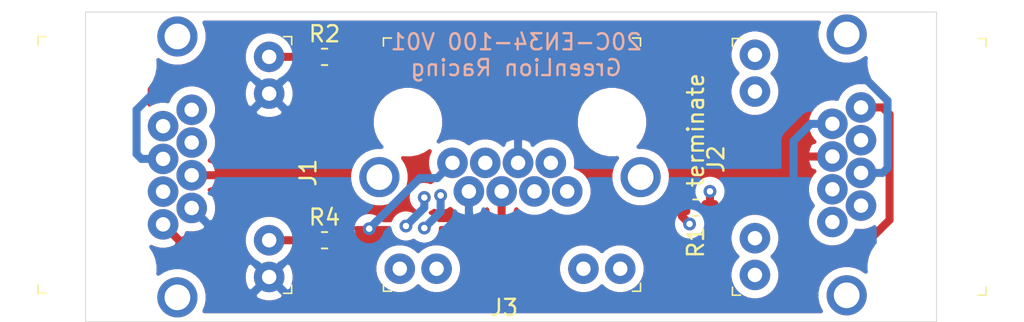
<source format=kicad_pcb>
(kicad_pcb (version 20171130) (host pcbnew "(5.1.5)-3")

  (general
    (thickness 1.6)
    (drawings 6)
    (tracks 173)
    (zones 0)
    (modules 6)
    (nets 20)
  )

  (page A4)
  (layers
    (0 F.Cu signal)
    (1 In1.Cu signal)
    (2 In2.Cu signal)
    (31 B.Cu signal)
    (32 B.Adhes user)
    (33 F.Adhes user)
    (34 B.Paste user)
    (35 F.Paste user)
    (36 B.SilkS user)
    (37 F.SilkS user)
    (38 B.Mask user)
    (39 F.Mask user)
    (40 Dwgs.User user)
    (41 Cmts.User user)
    (42 Eco1.User user)
    (43 Eco2.User user)
    (44 Edge.Cuts user)
    (45 Margin user)
    (46 B.CrtYd user)
    (47 F.CrtYd user)
    (48 B.Fab user)
    (49 F.Fab user)
  )

  (setup
    (last_trace_width 0.5)
    (user_trace_width 0.5)
    (trace_clearance 0.2)
    (zone_clearance 0.508)
    (zone_45_only no)
    (trace_min 0.2)
    (via_size 0.8)
    (via_drill 0.4)
    (via_min_size 0.4)
    (via_min_drill 0.3)
    (uvia_size 0.3)
    (uvia_drill 0.1)
    (uvias_allowed no)
    (uvia_min_size 0.2)
    (uvia_min_drill 0.1)
    (edge_width 0.05)
    (segment_width 0.2)
    (pcb_text_width 0.3)
    (pcb_text_size 1.5 1.5)
    (mod_edge_width 0.12)
    (mod_text_size 1 1)
    (mod_text_width 0.15)
    (pad_size 1.524 1.524)
    (pad_drill 0.762)
    (pad_to_mask_clearance 0.051)
    (solder_mask_min_width 0.25)
    (aux_axis_origin 0 0)
    (visible_elements FFFFFF7F)
    (pcbplotparams
      (layerselection 0x010fc_ffffffff)
      (usegerberextensions false)
      (usegerberattributes false)
      (usegerberadvancedattributes false)
      (creategerberjobfile false)
      (excludeedgelayer true)
      (linewidth 0.100000)
      (plotframeref false)
      (viasonmask false)
      (mode 1)
      (useauxorigin false)
      (hpglpennumber 1)
      (hpglpenspeed 20)
      (hpglpendiameter 15.000000)
      (psnegative false)
      (psa4output false)
      (plotreference true)
      (plotvalue true)
      (plotinvisibletext false)
      (padsonsilk false)
      (subtractmaskfromsilk false)
      (outputformat 1)
      (mirror false)
      (drillshape 1)
      (scaleselection 1)
      (outputdirectory ""))
  )

  (net 0 "")
  (net 1 /GND_1)
  (net 2 "Net-(J1-Pad12)")
  (net 3 "Net-(J1-Pad10)")
  (net 4 "Net-(J1-PadSH)")
  (net 5 /CAN_L)
  (net 6 /CAN_H)
  (net 7 /GND_2)
  (net 8 /12V_1)
  (net 9 /5V_1)
  (net 10 "Net-(J2-Pad12)")
  (net 11 "Net-(J2-Pad10)")
  (net 12 "Net-(J3-Pad11)")
  (net 13 "Net-(J3-Pad12)")
  (net 14 "Net-(J3-Pad9)")
  (net 15 "Net-(J3-Pad10)")
  (net 16 /Reserved_2)
  (net 17 /Reserved_1)
  (net 18 "Net-(J2-Pad11)")
  (net 19 "Net-(J2-Pad9)")

  (net_class Default "This is the default net class."
    (clearance 0.2)
    (trace_width 0.25)
    (via_dia 0.8)
    (via_drill 0.4)
    (uvia_dia 0.3)
    (uvia_drill 0.1)
    (add_net /12V_1)
    (add_net /5V_1)
    (add_net /CAN_H)
    (add_net /CAN_L)
    (add_net /GND_1)
    (add_net /GND_2)
    (add_net /Reserved_1)
    (add_net /Reserved_2)
    (add_net "Net-(J1-Pad10)")
    (add_net "Net-(J1-Pad12)")
    (add_net "Net-(J1-PadSH)")
    (add_net "Net-(J2-Pad10)")
    (add_net "Net-(J2-Pad11)")
    (add_net "Net-(J2-Pad12)")
    (add_net "Net-(J2-Pad9)")
    (add_net "Net-(J3-Pad10)")
    (add_net "Net-(J3-Pad11)")
    (add_net "Net-(J3-Pad12)")
    (add_net "Net-(J3-Pad9)")
  )

  (module Resistor_SMD:R_0603_1608Metric_Pad1.05x0.95mm_HandSolder (layer F.Cu) (tedit 5B301BBD) (tstamp 5E25644D)
    (at 101.233 85.471)
    (descr "Resistor SMD 0603 (1608 Metric), square (rectangular) end terminal, IPC_7351 nominal with elongated pad for handsoldering. (Body size source: http://www.tortai-tech.com/upload/download/2011102023233369053.pdf), generated with kicad-footprint-generator")
    (tags "resistor handsolder")
    (path /5E2752A9)
    (attr smd)
    (fp_text reference R4 (at 0 -1.43) (layer F.SilkS)
      (effects (font (size 1 1) (thickness 0.15)))
    )
    (fp_text value 300 (at 0 1.43) (layer F.Fab)
      (effects (font (size 1 1) (thickness 0.15)))
    )
    (fp_text user %R (at 0 0) (layer F.Fab)
      (effects (font (size 0.4 0.4) (thickness 0.06)))
    )
    (fp_line (start 1.65 0.73) (end -1.65 0.73) (layer F.CrtYd) (width 0.05))
    (fp_line (start 1.65 -0.73) (end 1.65 0.73) (layer F.CrtYd) (width 0.05))
    (fp_line (start -1.65 -0.73) (end 1.65 -0.73) (layer F.CrtYd) (width 0.05))
    (fp_line (start -1.65 0.73) (end -1.65 -0.73) (layer F.CrtYd) (width 0.05))
    (fp_line (start -0.171267 0.51) (end 0.171267 0.51) (layer F.SilkS) (width 0.12))
    (fp_line (start -0.171267 -0.51) (end 0.171267 -0.51) (layer F.SilkS) (width 0.12))
    (fp_line (start 0.8 0.4) (end -0.8 0.4) (layer F.Fab) (width 0.1))
    (fp_line (start 0.8 -0.4) (end 0.8 0.4) (layer F.Fab) (width 0.1))
    (fp_line (start -0.8 -0.4) (end 0.8 -0.4) (layer F.Fab) (width 0.1))
    (fp_line (start -0.8 0.4) (end -0.8 -0.4) (layer F.Fab) (width 0.1))
    (pad 2 smd roundrect (at 0.875 0) (size 1.05 0.95) (layers F.Cu F.Paste F.Mask) (roundrect_rratio 0.25)
      (net 9 /5V_1))
    (pad 1 smd roundrect (at -0.875 0) (size 1.05 0.95) (layers F.Cu F.Paste F.Mask) (roundrect_rratio 0.25)
      (net 2 "Net-(J1-Pad12)"))
    (model ${KISYS3DMOD}/Resistor_SMD.3dshapes/R_0603_1608Metric.wrl
      (at (xyz 0 0 0))
      (scale (xyz 1 1 1))
      (rotate (xyz 0 0 0))
    )
  )

  (module Resistor_SMD:R_0603_1608Metric_Pad1.05x0.95mm_HandSolder (layer F.Cu) (tedit 5B301BBD) (tstamp 5E2567F8)
    (at 101.233 74.041)
    (descr "Resistor SMD 0603 (1608 Metric), square (rectangular) end terminal, IPC_7351 nominal with elongated pad for handsoldering. (Body size source: http://www.tortai-tech.com/upload/download/2011102023233369053.pdf), generated with kicad-footprint-generator")
    (tags "resistor handsolder")
    (path /5E274197)
    (attr smd)
    (fp_text reference R2 (at 0 -1.43) (layer F.SilkS)
      (effects (font (size 1 1) (thickness 0.15)))
    )
    (fp_text value 1200 (at 0 1.43) (layer F.Fab)
      (effects (font (size 1 1) (thickness 0.15)))
    )
    (fp_text user %R (at 0 0) (layer F.Fab)
      (effects (font (size 0.4 0.4) (thickness 0.06)))
    )
    (fp_line (start 1.65 0.73) (end -1.65 0.73) (layer F.CrtYd) (width 0.05))
    (fp_line (start 1.65 -0.73) (end 1.65 0.73) (layer F.CrtYd) (width 0.05))
    (fp_line (start -1.65 -0.73) (end 1.65 -0.73) (layer F.CrtYd) (width 0.05))
    (fp_line (start -1.65 0.73) (end -1.65 -0.73) (layer F.CrtYd) (width 0.05))
    (fp_line (start -0.171267 0.51) (end 0.171267 0.51) (layer F.SilkS) (width 0.12))
    (fp_line (start -0.171267 -0.51) (end 0.171267 -0.51) (layer F.SilkS) (width 0.12))
    (fp_line (start 0.8 0.4) (end -0.8 0.4) (layer F.Fab) (width 0.1))
    (fp_line (start 0.8 -0.4) (end 0.8 0.4) (layer F.Fab) (width 0.1))
    (fp_line (start -0.8 -0.4) (end 0.8 -0.4) (layer F.Fab) (width 0.1))
    (fp_line (start -0.8 0.4) (end -0.8 -0.4) (layer F.Fab) (width 0.1))
    (pad 2 smd roundrect (at 0.875 0) (size 1.05 0.95) (layers F.Cu F.Paste F.Mask) (roundrect_rratio 0.25)
      (net 8 /12V_1))
    (pad 1 smd roundrect (at -0.875 0) (size 1.05 0.95) (layers F.Cu F.Paste F.Mask) (roundrect_rratio 0.25)
      (net 3 "Net-(J1-Pad10)"))
    (model ${KISYS3DMOD}/Resistor_SMD.3dshapes/R_0603_1608Metric.wrl
      (at (xyz 0 0 0))
      (scale (xyz 1 1 1))
      (rotate (xyz 0 0 0))
    )
  )

  (module Resistor_SMD:R_0603_1608Metric_Pad1.05x0.95mm_HandSolder (layer F.Cu) (tedit 5B301BBD) (tstamp 5E25641A)
    (at 124.347 83.439)
    (descr "Resistor SMD 0603 (1608 Metric), square (rectangular) end terminal, IPC_7351 nominal with elongated pad for handsoldering. (Body size source: http://www.tortai-tech.com/upload/download/2011102023233369053.pdf), generated with kicad-footprint-generator")
    (tags "resistor handsolder")
    (path /5E287A8C)
    (attr smd)
    (fp_text reference R1 (at -0.014 2.159 90) (layer F.SilkS)
      (effects (font (size 1 1) (thickness 0.15)))
    )
    (fp_text value Optional_end_120 (at 0 1.43) (layer F.Fab)
      (effects (font (size 1 1) (thickness 0.15)))
    )
    (fp_text user %R (at 0 0) (layer F.Fab)
      (effects (font (size 0.4 0.4) (thickness 0.06)))
    )
    (fp_line (start 1.65 0.73) (end -1.65 0.73) (layer F.CrtYd) (width 0.05))
    (fp_line (start 1.65 -0.73) (end 1.65 0.73) (layer F.CrtYd) (width 0.05))
    (fp_line (start -1.65 -0.73) (end 1.65 -0.73) (layer F.CrtYd) (width 0.05))
    (fp_line (start -1.65 0.73) (end -1.65 -0.73) (layer F.CrtYd) (width 0.05))
    (fp_line (start -0.171267 0.51) (end 0.171267 0.51) (layer F.SilkS) (width 0.12))
    (fp_line (start -0.171267 -0.51) (end 0.171267 -0.51) (layer F.SilkS) (width 0.12))
    (fp_line (start 0.8 0.4) (end -0.8 0.4) (layer F.Fab) (width 0.1))
    (fp_line (start 0.8 -0.4) (end 0.8 0.4) (layer F.Fab) (width 0.1))
    (fp_line (start -0.8 -0.4) (end 0.8 -0.4) (layer F.Fab) (width 0.1))
    (fp_line (start -0.8 0.4) (end -0.8 -0.4) (layer F.Fab) (width 0.1))
    (pad 2 smd roundrect (at 0.875 0) (size 1.05 0.95) (layers F.Cu F.Paste F.Mask) (roundrect_rratio 0.25)
      (net 5 /CAN_L))
    (pad 1 smd roundrect (at -0.875 0) (size 1.05 0.95) (layers F.Cu F.Paste F.Mask) (roundrect_rratio 0.25)
      (net 6 /CAN_H))
    (model ${KISYS3DMOD}/Resistor_SMD.3dshapes/R_0603_1608Metric.wrl
      (at (xyz 0 0 0))
      (scale (xyz 1 1 1))
      (rotate (xyz 0 0 0))
    )
  )

  (module GLR_KiCAD_Library:RJ45_Female_TE_6116173-4 (layer F.Cu) (tedit 5E24C998) (tstamp 5E257AE5)
    (at 112.776 78.105 180)
    (descr https://www.te.com/usa-en/product-6116173-4.html)
    (tags RJ45)
    (path /5E254FCB)
    (fp_text reference J3 (at 0.358 -11.562) (layer F.SilkS)
      (effects (font (size 1 1) (thickness 0.15)))
    )
    (fp_text value RJ45_LED_Shielded (at -0.242 6.762) (layer F.Fab)
      (effects (font (size 1 1) (thickness 0.15)))
    )
    (fp_line (start -8.002 -10.412) (end 7.748 -10.412) (layer F.Fab) (width 0.1))
    (fp_line (start -8.002 -10.412) (end -8.002 5.142) (layer F.Fab) (width 0.1))
    (fp_line (start 7.748 -10.412) (end 7.748 5.142) (layer F.Fab) (width 0.1))
    (fp_line (start -8.002 5.142) (end 7.748 5.142) (layer F.Fab) (width 0.1))
    (fp_line (start 7.878 -10.542) (end 7.378 -10.542) (layer F.SilkS) (width 0.1))
    (fp_line (start 7.878 -10.542) (end 7.878 -10.042) (layer F.SilkS) (width 0.1))
    (fp_line (start -8.122 -10.542) (end -7.622 -10.542) (layer F.SilkS) (width 0.1))
    (fp_line (start -8.122 -10.542) (end -8.122 -10.042) (layer F.SilkS) (width 0.1))
    (fp_line (start -8.122 5.242) (end -7.622 5.242) (layer F.SilkS) (width 0.1))
    (fp_line (start -8.122 5.242) (end -8.122 4.742) (layer F.SilkS) (width 0.1))
    (fp_line (start 7.878 5.242) (end 7.378 5.242) (layer F.SilkS) (width 0.1))
    (fp_line (start 7.878 5.242) (end 7.878 4.742) (layer F.SilkS) (width 0.1))
    (fp_line (start 9.148 -10.662) (end -9.402 -10.662) (layer F.CrtYd) (width 0.05))
    (fp_line (start 9.148 -10.662) (end 9.148 5.392) (layer F.CrtYd) (width 0.05))
    (fp_line (start -9.402 -10.662) (end -9.402 5.392) (layer F.CrtYd) (width 0.05))
    (fp_line (start 9.148 5.392) (end -9.402 5.392) (layer F.CrtYd) (width 0.05))
    (fp_text user %R (at -0.254 -6.096) (layer F.Fab)
      (effects (font (size 1 1) (thickness 0.15)))
    )
    (pad 11 thru_hole circle (at 6.86 -9.14 180) (size 1.9 1.9) (drill 0.9) (layers *.Cu *.Mask)
      (net 12 "Net-(J3-Pad11)"))
    (pad 12 thru_hole circle (at 4.57 -9.14 180) (size 1.9 1.9) (drill 0.9) (layers *.Cu *.Mask)
      (net 13 "Net-(J3-Pad12)"))
    (pad 9 thru_hole circle (at -4.57 -9.14 180) (size 1.9 1.9) (drill 0.9) (layers *.Cu *.Mask)
      (net 14 "Net-(J3-Pad9)"))
    (pad 10 thru_hole circle (at -6.86 -9.14 180) (size 1.9 1.9) (drill 0.9) (layers *.Cu *.Mask)
      (net 15 "Net-(J3-Pad10)"))
    (pad SH thru_hole circle (at 8.13 -3.43 180) (size 2.5 2.5) (drill 1.6) (layers *.Cu *.Mask)
      (net 4 "Net-(J1-PadSH)"))
    (pad SH thru_hole circle (at -8.13 -3.43 180) (size 2.5 2.5) (drill 1.6) (layers *.Cu *.Mask)
      (net 4 "Net-(J1-PadSH)"))
    (pad "" np_thru_hole circle (at 6.35 0 180) (size 3.25 3.25) (drill 3.25) (layers *.Cu *.Mask))
    (pad "" np_thru_hole circle (at -6.35 0 270) (size 3.25 3.25) (drill 3.25) (layers *.Cu *.Mask))
    (pad 8 thru_hole circle (at -3.56 -4.32 180) (size 1.9 1.9) (drill 0.9) (layers *.Cu *.Mask)
      (net 5 /CAN_L))
    (pad 7 thru_hole circle (at -2.54 -2.54 180) (size 1.9 1.9) (drill 0.9) (layers *.Cu *.Mask)
      (net 6 /CAN_H))
    (pad 6 thru_hole circle (at -1.52 -4.32 180) (size 1.9 1.9) (drill 0.9) (layers *.Cu *.Mask)
      (net 16 /Reserved_2))
    (pad 5 thru_hole circle (at -0.5 -2.54 180) (size 1.9 1.9) (drill 0.9) (layers *.Cu *.Mask)
      (net 7 /GND_2))
    (pad 4 thru_hole circle (at 0.52 -4.32 180) (size 1.9 1.9) (drill 0.9) (layers *.Cu *.Mask)
      (net 8 /12V_1))
    (pad 3 thru_hole circle (at 1.54 -2.54 180) (size 1.9 1.9) (drill 0.9) (layers *.Cu *.Mask)
      (net 17 /Reserved_1))
    (pad 2 thru_hole circle (at 2.56 -4.32 180) (size 1.9 1.9) (drill 0.9) (layers *.Cu *.Mask)
      (net 1 /GND_1))
    (pad 1 thru_hole circle (at 3.58 -2.54 180) (size 1.9 1.9) (drill 0.9) (layers *.Cu *.Mask)
      (net 9 /5V_1))
    (model E:/GitHub/GLR_KiCAD_Library/3D-Models/RJ45_Female_TE_6116173-4.stp
      (offset (xyz 0 -5.25 0))
      (scale (xyz 1 1 1))
      (rotate (xyz -90 0 0))
    )
  )

  (module GLR_KiCAD_Library:RJ45_Female_TE_6116173-4 (layer F.Cu) (tedit 5E24C998) (tstamp 5E2563E4)
    (at 137.16 80.772 90)
    (descr https://www.te.com/usa-en/product-6116173-4.html)
    (tags RJ45)
    (path /5E250506)
    (fp_text reference J2 (at 0.358 -11.562 90) (layer F.SilkS)
      (effects (font (size 1 1) (thickness 0.15)))
    )
    (fp_text value RJ45_LED_Shielded (at -0.242 6.762 90) (layer F.Fab)
      (effects (font (size 1 1) (thickness 0.15)))
    )
    (fp_line (start -8.002 -10.412) (end 7.748 -10.412) (layer F.Fab) (width 0.1))
    (fp_line (start -8.002 -10.412) (end -8.002 5.142) (layer F.Fab) (width 0.1))
    (fp_line (start 7.748 -10.412) (end 7.748 5.142) (layer F.Fab) (width 0.1))
    (fp_line (start -8.002 5.142) (end 7.748 5.142) (layer F.Fab) (width 0.1))
    (fp_line (start 7.878 -10.542) (end 7.378 -10.542) (layer F.SilkS) (width 0.1))
    (fp_line (start 7.878 -10.542) (end 7.878 -10.042) (layer F.SilkS) (width 0.1))
    (fp_line (start -8.122 -10.542) (end -7.622 -10.542) (layer F.SilkS) (width 0.1))
    (fp_line (start -8.122 -10.542) (end -8.122 -10.042) (layer F.SilkS) (width 0.1))
    (fp_line (start -8.122 5.242) (end -7.622 5.242) (layer F.SilkS) (width 0.1))
    (fp_line (start -8.122 5.242) (end -8.122 4.742) (layer F.SilkS) (width 0.1))
    (fp_line (start 7.878 5.242) (end 7.378 5.242) (layer F.SilkS) (width 0.1))
    (fp_line (start 7.878 5.242) (end 7.878 4.742) (layer F.SilkS) (width 0.1))
    (fp_line (start 9.148 -10.662) (end -9.402 -10.662) (layer F.CrtYd) (width 0.05))
    (fp_line (start 9.148 -10.662) (end 9.148 5.392) (layer F.CrtYd) (width 0.05))
    (fp_line (start -9.402 -10.662) (end -9.402 5.392) (layer F.CrtYd) (width 0.05))
    (fp_line (start 9.148 5.392) (end -9.402 5.392) (layer F.CrtYd) (width 0.05))
    (fp_text user %R (at -0.254 -6.096 90) (layer F.Fab)
      (effects (font (size 1 1) (thickness 0.15)))
    )
    (pad 11 thru_hole circle (at 6.86 -9.14 90) (size 1.9 1.9) (drill 0.9) (layers *.Cu *.Mask)
      (net 18 "Net-(J2-Pad11)"))
    (pad 12 thru_hole circle (at 4.57 -9.14 90) (size 1.9 1.9) (drill 0.9) (layers *.Cu *.Mask)
      (net 10 "Net-(J2-Pad12)"))
    (pad 9 thru_hole circle (at -4.57 -9.14 90) (size 1.9 1.9) (drill 0.9) (layers *.Cu *.Mask)
      (net 19 "Net-(J2-Pad9)"))
    (pad 10 thru_hole circle (at -6.86 -9.14 90) (size 1.9 1.9) (drill 0.9) (layers *.Cu *.Mask)
      (net 11 "Net-(J2-Pad10)"))
    (pad SH thru_hole circle (at 8.13 -3.43 90) (size 2.5 2.5) (drill 1.6) (layers *.Cu *.Mask)
      (net 4 "Net-(J1-PadSH)"))
    (pad SH thru_hole circle (at -8.13 -3.43 90) (size 2.5 2.5) (drill 1.6) (layers *.Cu *.Mask)
      (net 4 "Net-(J1-PadSH)"))
    (pad "" np_thru_hole circle (at 6.35 0 90) (size 3.25 3.25) (drill 3.25) (layers *.Cu *.Mask))
    (pad "" np_thru_hole circle (at -6.35 0 180) (size 3.25 3.25) (drill 3.25) (layers *.Cu *.Mask))
    (pad 8 thru_hole circle (at -3.56 -4.32 90) (size 1.9 1.9) (drill 0.9) (layers *.Cu *.Mask)
      (net 5 /CAN_L))
    (pad 7 thru_hole circle (at -2.54 -2.54 90) (size 1.9 1.9) (drill 0.9) (layers *.Cu *.Mask)
      (net 6 /CAN_H))
    (pad 6 thru_hole circle (at -1.52 -4.32 90) (size 1.9 1.9) (drill 0.9) (layers *.Cu *.Mask)
      (net 16 /Reserved_2))
    (pad 5 thru_hole circle (at -0.5 -2.54 90) (size 1.9 1.9) (drill 0.9) (layers *.Cu *.Mask)
      (net 7 /GND_2))
    (pad 4 thru_hole circle (at 0.52 -4.32 90) (size 1.9 1.9) (drill 0.9) (layers *.Cu *.Mask)
      (net 8 /12V_1))
    (pad 3 thru_hole circle (at 1.54 -2.54 90) (size 1.9 1.9) (drill 0.9) (layers *.Cu *.Mask)
      (net 17 /Reserved_1))
    (pad 2 thru_hole circle (at 2.56 -4.32 90) (size 1.9 1.9) (drill 0.9) (layers *.Cu *.Mask)
      (net 1 /GND_1))
    (pad 1 thru_hole circle (at 3.58 -2.54 90) (size 1.9 1.9) (drill 0.9) (layers *.Cu *.Mask)
      (net 9 /5V_1))
    (model E:/GitHub/GLR_KiCAD_Library/3D-Models/RJ45_Female_TE_6116173-4.stp
      (offset (xyz 0 -5.25 0))
      (scale (xyz 1 1 1))
      (rotate (xyz -90 0 0))
    )
  )

  (module GLR_KiCAD_Library:RJ45_Female_TE_6116173-4 (layer F.Cu) (tedit 5E24C998) (tstamp 5E2563BF)
    (at 88.646 80.899 270)
    (descr https://www.te.com/usa-en/product-6116173-4.html)
    (tags RJ45)
    (path /5E249FC9)
    (fp_text reference J1 (at 0.358 -11.562 90) (layer F.SilkS)
      (effects (font (size 1 1) (thickness 0.15)))
    )
    (fp_text value RJ45_LED_Shielded (at -0.242 6.762 90) (layer F.Fab)
      (effects (font (size 1 1) (thickness 0.15)))
    )
    (fp_line (start -8.002 -10.412) (end 7.748 -10.412) (layer F.Fab) (width 0.1))
    (fp_line (start -8.002 -10.412) (end -8.002 5.142) (layer F.Fab) (width 0.1))
    (fp_line (start 7.748 -10.412) (end 7.748 5.142) (layer F.Fab) (width 0.1))
    (fp_line (start -8.002 5.142) (end 7.748 5.142) (layer F.Fab) (width 0.1))
    (fp_line (start 7.878 -10.542) (end 7.378 -10.542) (layer F.SilkS) (width 0.1))
    (fp_line (start 7.878 -10.542) (end 7.878 -10.042) (layer F.SilkS) (width 0.1))
    (fp_line (start -8.122 -10.542) (end -7.622 -10.542) (layer F.SilkS) (width 0.1))
    (fp_line (start -8.122 -10.542) (end -8.122 -10.042) (layer F.SilkS) (width 0.1))
    (fp_line (start -8.122 5.242) (end -7.622 5.242) (layer F.SilkS) (width 0.1))
    (fp_line (start -8.122 5.242) (end -8.122 4.742) (layer F.SilkS) (width 0.1))
    (fp_line (start 7.878 5.242) (end 7.378 5.242) (layer F.SilkS) (width 0.1))
    (fp_line (start 7.878 5.242) (end 7.878 4.742) (layer F.SilkS) (width 0.1))
    (fp_line (start 9.148 -10.662) (end -9.402 -10.662) (layer F.CrtYd) (width 0.05))
    (fp_line (start 9.148 -10.662) (end 9.148 5.392) (layer F.CrtYd) (width 0.05))
    (fp_line (start -9.402 -10.662) (end -9.402 5.392) (layer F.CrtYd) (width 0.05))
    (fp_line (start 9.148 5.392) (end -9.402 5.392) (layer F.CrtYd) (width 0.05))
    (fp_text user %R (at -0.254 -6.096 90) (layer F.Fab)
      (effects (font (size 1 1) (thickness 0.15)))
    )
    (pad 11 thru_hole circle (at 6.86 -9.14 270) (size 1.9 1.9) (drill 0.9) (layers *.Cu *.Mask)
      (net 1 /GND_1))
    (pad 12 thru_hole circle (at 4.57 -9.14 270) (size 1.9 1.9) (drill 0.9) (layers *.Cu *.Mask)
      (net 2 "Net-(J1-Pad12)"))
    (pad 9 thru_hole circle (at -4.57 -9.14 270) (size 1.9 1.9) (drill 0.9) (layers *.Cu *.Mask)
      (net 7 /GND_2))
    (pad 10 thru_hole circle (at -6.86 -9.14 270) (size 1.9 1.9) (drill 0.9) (layers *.Cu *.Mask)
      (net 3 "Net-(J1-Pad10)"))
    (pad SH thru_hole circle (at 8.13 -3.43 270) (size 2.5 2.5) (drill 1.6) (layers *.Cu *.Mask)
      (net 4 "Net-(J1-PadSH)"))
    (pad SH thru_hole circle (at -8.13 -3.43 270) (size 2.5 2.5) (drill 1.6) (layers *.Cu *.Mask)
      (net 4 "Net-(J1-PadSH)"))
    (pad "" np_thru_hole circle (at 6.35 0 270) (size 3.25 3.25) (drill 3.25) (layers *.Cu *.Mask))
    (pad "" np_thru_hole circle (at -6.35 0) (size 3.25 3.25) (drill 3.25) (layers *.Cu *.Mask))
    (pad 8 thru_hole circle (at -3.56 -4.32 270) (size 1.9 1.9) (drill 0.9) (layers *.Cu *.Mask)
      (net 5 /CAN_L))
    (pad 7 thru_hole circle (at -2.54 -2.54 270) (size 1.9 1.9) (drill 0.9) (layers *.Cu *.Mask)
      (net 6 /CAN_H))
    (pad 6 thru_hole circle (at -1.52 -4.32 270) (size 1.9 1.9) (drill 0.9) (layers *.Cu *.Mask)
      (net 16 /Reserved_2))
    (pad 5 thru_hole circle (at -0.5 -2.54 270) (size 1.9 1.9) (drill 0.9) (layers *.Cu *.Mask)
      (net 7 /GND_2))
    (pad 4 thru_hole circle (at 0.52 -4.32 270) (size 1.9 1.9) (drill 0.9) (layers *.Cu *.Mask)
      (net 8 /12V_1))
    (pad 3 thru_hole circle (at 1.54 -2.54 270) (size 1.9 1.9) (drill 0.9) (layers *.Cu *.Mask)
      (net 17 /Reserved_1))
    (pad 2 thru_hole circle (at 2.56 -4.32 270) (size 1.9 1.9) (drill 0.9) (layers *.Cu *.Mask)
      (net 1 /GND_1))
    (pad 1 thru_hole circle (at 3.58 -2.54 270) (size 1.9 1.9) (drill 0.9) (layers *.Cu *.Mask)
      (net 9 /5V_1))
    (model E:/GitHub/GLR_KiCAD_Library/3D-Models/RJ45_Female_TE_6116173-4.stp
      (offset (xyz 0 -5.25 0))
      (scale (xyz 1 1 1))
      (rotate (xyz -90 0 0))
    )
  )

  (gr_text "20C-EN34-100 V01\nGreenLion Racing" (at 113.157 73.914) (layer B.SilkS)
    (effects (font (size 1 1) (thickness 0.15)) (justify mirror))
  )
  (gr_text terminate (at 124.333 78.613 90) (layer F.SilkS)
    (effects (font (size 1 1) (thickness 0.15)))
  )
  (gr_line (start 86.36 90.551) (end 86.36 71.247) (layer Edge.Cuts) (width 0.05) (tstamp 5E256C46))
  (gr_line (start 139.319 90.551) (end 86.36 90.551) (layer Edge.Cuts) (width 0.05))
  (gr_line (start 139.319 71.247) (end 139.319 90.551) (layer Edge.Cuts) (width 0.05))
  (gr_line (start 86.36 71.247) (end 139.319 71.247) (layer Edge.Cuts) (width 0.05))

  (segment (start 131.496498 78.212) (end 130.429 79.279498) (width 0.5) (layer B.Cu) (net 1))
  (segment (start 132.84 78.212) (end 131.496498 78.212) (width 0.5) (layer B.Cu) (net 1))
  (segment (start 130.429 79.279498) (end 130.429 81.915) (width 0.5) (layer B.Cu) (net 1))
  (segment (start 110.236 84.201) (end 110.236 83.788502) (width 0.5) (layer B.Cu) (net 1))
  (segment (start 110.216 82.425) (end 110.216 84.181) (width 0.5) (layer B.Cu) (net 1))
  (segment (start 110.216 84.181) (end 110.236 84.201) (width 0.5) (layer B.Cu) (net 1))
  (via (at 107.442 84.709) (size 0.8) (drill 0.4) (layers F.Cu B.Cu) (net 16))
  (segment (start 97.788 85.471) (end 97.786 85.469) (width 0.5) (layer F.Cu) (net 2))
  (segment (start 100.358 85.471) (end 97.788 85.471) (width 0.5) (layer F.Cu) (net 2))
  (segment (start 100.356 74.039) (end 100.358 74.041) (width 0.5) (layer F.Cu) (net 3))
  (segment (start 97.786 74.039) (end 100.356 74.039) (width 0.5) (layer F.Cu) (net 3))
  (segment (start 104.646 79.396002) (end 104.013 78.763002) (width 0.5) (layer In1.Cu) (net 4))
  (segment (start 104.646 81.535) (end 104.646 79.396002) (width 0.5) (layer In1.Cu) (net 4))
  (segment (start 104.013 78.763002) (end 104.013 72.517) (width 0.5) (layer In1.Cu) (net 4))
  (segment (start 133.73 87.134234) (end 133.73 88.902) (width 0.5) (layer In1.Cu) (net 4))
  (segment (start 137.287 83.577234) (end 133.73 87.134234) (width 0.5) (layer In1.Cu) (net 4))
  (segment (start 133.73 72.642) (end 133.73 74.229998) (width 0.5) (layer In1.Cu) (net 4))
  (segment (start 133.73 74.229998) (end 137.287 77.786998) (width 0.5) (layer In1.Cu) (net 4))
  (segment (start 137.287 77.786998) (end 137.287 83.577234) (width 0.5) (layer In1.Cu) (net 4))
  (segment (start 92.076 74.536766) (end 92.076 72.769) (width 0.5) (layer In1.Cu) (net 4))
  (segment (start 88.646 77.966766) (end 92.076 74.536766) (width 0.5) (layer In1.Cu) (net 4))
  (segment (start 92.076 89.029) (end 92.076 87.441002) (width 0.5) (layer In1.Cu) (net 4))
  (segment (start 92.076 87.441002) (end 88.646 84.011002) (width 0.5) (layer In1.Cu) (net 4))
  (segment (start 88.646 84.011002) (end 88.646 77.966766) (width 0.5) (layer In1.Cu) (net 4))
  (segment (start 121.539 72.136) (end 121.666 72.136) (width 0.5) (layer In1.Cu) (net 4))
  (segment (start 121.539 79.134234) (end 121.539 72.136) (width 0.5) (layer In1.Cu) (net 4))
  (segment (start 120.906 81.535) (end 120.906 79.767234) (width 0.5) (layer In1.Cu) (net 4))
  (segment (start 120.906 79.767234) (end 121.539 79.134234) (width 0.5) (layer In1.Cu) (net 4))
  (segment (start 104.013 72.136) (end 104.013 72.517) (width 0.5) (layer In1.Cu) (net 4))
  (segment (start 92.076 72.769) (end 92.709 72.136) (width 0.5) (layer In1.Cu) (net 4))
  (segment (start 92.709 72.136) (end 104.013 72.136) (width 0.5) (layer In1.Cu) (net 4))
  (segment (start 133.224 72.136) (end 133.73 72.642) (width 0.5) (layer In1.Cu) (net 4))
  (segment (start 104.013 72.136) (end 133.224 72.136) (width 0.5) (layer In1.Cu) (net 4))
  (segment (start 125.222 83.439) (end 125.222 82.423) (width 0.5) (layer F.Cu) (net 5))
  (segment (start 125.222 82.423) (end 125.222 82.423) (width 0.5) (layer F.Cu) (net 5) (tstamp 5E257A69))
  (via (at 125.222 82.423) (size 0.8) (drill 0.4) (layers F.Cu B.Cu) (net 5))
  (segment (start 125.235002 83.439) (end 125.222 83.439) (width 0.5) (layer In1.Cu) (net 5))
  (segment (start 125.222 83.439) (end 125.222 82.423) (width 0.5) (layer In1.Cu) (net 5))
  (segment (start 133.477 84.969) (end 132.84 84.332) (width 0.5) (layer In1.Cu) (net 5))
  (segment (start 125.349 83.566) (end 130.048 83.566) (width 0.5) (layer In1.Cu) (net 5))
  (segment (start 130.048 83.566) (end 132.207 85.725) (width 0.5) (layer In1.Cu) (net 5))
  (segment (start 125.222 83.439) (end 125.349 83.566) (width 0.5) (layer In1.Cu) (net 5))
  (segment (start 132.207 85.725) (end 133.477 85.725) (width 0.5) (layer In1.Cu) (net 5))
  (segment (start 133.477 85.725) (end 133.477 84.969) (width 0.5) (layer In1.Cu) (net 5))
  (segment (start 122.809 83.947) (end 123.19 83.566) (width 0.5) (layer In1.Cu) (net 5))
  (segment (start 123.19 83.566) (end 125.108002 83.566) (width 0.5) (layer In1.Cu) (net 5))
  (segment (start 117.477 82.425) (end 117.729 82.677) (width 0.5) (layer In1.Cu) (net 5))
  (segment (start 116.336 82.425) (end 117.477 82.425) (width 0.5) (layer In1.Cu) (net 5))
  (segment (start 117.729 82.677) (end 117.729 83.947) (width 0.5) (layer In1.Cu) (net 5))
  (segment (start 117.729 83.947) (end 122.809 83.947) (width 0.5) (layer In1.Cu) (net 5))
  (segment (start 109.347 84.836) (end 116.84 84.836) (width 0.5) (layer In1.Cu) (net 5))
  (segment (start 108.204 83.693) (end 109.347 84.836) (width 0.5) (layer In1.Cu) (net 5))
  (segment (start 99.441 83.693) (end 108.204 83.693) (width 0.5) (layer In1.Cu) (net 5))
  (segment (start 116.84 84.836) (end 117.729 83.947) (width 0.5) (layer In1.Cu) (net 5))
  (segment (start 92.966 75.995498) (end 93.015498 75.946) (width 0.5) (layer In1.Cu) (net 5))
  (segment (start 94.869 79.121) (end 99.441 83.693) (width 0.5) (layer In1.Cu) (net 5))
  (segment (start 92.966 77.339) (end 92.966 75.995498) (width 0.5) (layer In1.Cu) (net 5))
  (segment (start 93.599 75.946) (end 94.869 77.216) (width 0.5) (layer In1.Cu) (net 5))
  (segment (start 93.015498 75.946) (end 93.599 75.946) (width 0.5) (layer In1.Cu) (net 5))
  (segment (start 94.869 77.216) (end 94.869 79.121) (width 0.5) (layer In1.Cu) (net 5))
  (segment (start 134.62 84.655502) (end 134.62 83.312) (width 0.5) (layer In2.Cu) (net 6))
  (segment (start 133.543501 85.732001) (end 134.62 84.655502) (width 0.5) (layer In2.Cu) (net 6))
  (segment (start 130.001998 83.566) (end 132.167999 85.732001) (width 0.5) (layer In2.Cu) (net 6))
  (segment (start 132.167999 85.732001) (end 133.543501 85.732001) (width 0.5) (layer In2.Cu) (net 6))
  (via (at 123.952 84.455) (size 0.8) (drill 0.4) (layers F.Cu B.Cu) (net 6))
  (segment (start 123.472 83.975) (end 123.952 84.455) (width 0.5) (layer F.Cu) (net 6))
  (segment (start 123.472 83.439) (end 123.472 83.975) (width 0.5) (layer F.Cu) (net 6))
  (segment (start 123.952 83.693) (end 124.079 83.566) (width 0.5) (layer In2.Cu) (net 6))
  (segment (start 123.952 84.455) (end 123.952 83.693) (width 0.5) (layer In2.Cu) (net 6))
  (segment (start 124.079 83.566) (end 130.001998 83.566) (width 0.5) (layer In2.Cu) (net 6))
  (segment (start 116.586 80.645) (end 115.316 80.645) (width 0.5) (layer In2.Cu) (net 6))
  (segment (start 117.736001 83.947) (end 117.736001 81.795001) (width 0.5) (layer In2.Cu) (net 6))
  (segment (start 117.736001 81.795001) (end 116.586 80.645) (width 0.5) (layer In2.Cu) (net 6))
  (segment (start 122.809 83.947) (end 123.19 83.566) (width 0.5) (layer In2.Cu) (net 6))
  (segment (start 117.729 83.947) (end 122.809 83.947) (width 0.5) (layer In2.Cu) (net 6))
  (segment (start 93.638001 75.938999) (end 94.869 77.169998) (width 0.5) (layer In2.Cu) (net 6))
  (segment (start 91.186 78.359) (end 91.186 77.015498) (width 0.5) (layer In2.Cu) (net 6))
  (segment (start 123.19 83.566) (end 124.079 83.566) (width 0.5) (layer In2.Cu) (net 6))
  (segment (start 91.565999 76.666999) (end 92.293999 75.938999) (width 0.5) (layer In2.Cu) (net 6))
  (segment (start 91.186 77.015498) (end 91.534499 76.666999) (width 0.5) (layer In2.Cu) (net 6))
  (segment (start 92.293999 75.938999) (end 93.638001 75.938999) (width 0.5) (layer In2.Cu) (net 6))
  (segment (start 94.869 77.169998) (end 94.869 79.121) (width 0.5) (layer In2.Cu) (net 6))
  (segment (start 94.869 79.121) (end 99.441 83.693) (width 0.5) (layer In2.Cu) (net 6))
  (segment (start 109.347 84.836) (end 116.84 84.836) (width 0.5) (layer In2.Cu) (net 6))
  (segment (start 91.534499 76.666999) (end 91.565999 76.666999) (width 0.5) (layer In2.Cu) (net 6))
  (segment (start 99.441 83.693) (end 108.204 83.693) (width 0.5) (layer In2.Cu) (net 6))
  (segment (start 116.84 84.836) (end 117.729 83.947) (width 0.5) (layer In2.Cu) (net 6))
  (segment (start 108.204 83.693) (end 109.347 84.836) (width 0.5) (layer In2.Cu) (net 6))
  (segment (start 89.842498 80.399) (end 89.535 80.091502) (width 0.5) (layer B.Cu) (net 7))
  (segment (start 91.186 80.399) (end 89.842498 80.399) (width 0.5) (layer B.Cu) (net 7))
  (segment (start 89.535 80.091502) (end 89.535 77.343) (width 0.5) (layer B.Cu) (net 7))
  (segment (start 89.535 77.343) (end 90.424 76.454) (width 0.5) (layer B.Cu) (net 7))
  (segment (start 135.963502 81.272) (end 136.271 80.964502) (width 0.5) (layer B.Cu) (net 7))
  (segment (start 134.62 81.272) (end 135.963502 81.272) (width 0.5) (layer B.Cu) (net 7))
  (segment (start 136.271 76.770998) (end 134.811002 75.311) (width 0.5) (layer B.Cu) (net 7))
  (segment (start 136.271 80.964502) (end 136.271 76.770998) (width 0.5) (layer B.Cu) (net 7))
  (segment (start 113.284 78.613) (end 113.284 79.293498) (width 0.5) (layer B.Cu) (net 7))
  (segment (start 113.276 80.645) (end 113.276 78.621) (width 0.5) (layer B.Cu) (net 7))
  (segment (start 113.276 78.621) (end 113.284 78.613) (width 0.5) (layer B.Cu) (net 7))
  (segment (start 95.205 81.419) (end 102.108 74.516) (width 0.5) (layer F.Cu) (net 8))
  (segment (start 102.108 74.516) (end 102.108 74.041) (width 0.5) (layer F.Cu) (net 8))
  (segment (start 92.966 81.419) (end 95.205 81.419) (width 0.5) (layer F.Cu) (net 8))
  (segment (start 112.256 82.425) (end 112.256 84.062) (width 0.5) (layer F.Cu) (net 8))
  (segment (start 132.84 80.252) (end 131.076 80.252) (width 0.5) (layer F.Cu) (net 8))
  (segment (start 135.963502 77.192) (end 136.398 77.626498) (width 0.5) (layer F.Cu) (net 9))
  (segment (start 134.62 77.192) (end 135.963502 77.192) (width 0.5) (layer F.Cu) (net 9))
  (segment (start 136.398 77.626498) (end 136.398 84.201) (width 0.5) (layer F.Cu) (net 9))
  (segment (start 136.398 84.201) (end 134.874 85.725) (width 0.5) (layer F.Cu) (net 9))
  (via (at 104.013 84.74799) (size 0.8) (drill 0.4) (layers F.Cu B.Cu) (net 9))
  (segment (start 107.165991 81.594999) (end 104.412999 84.347991) (width 0.5) (layer B.Cu) (net 9))
  (segment (start 104.412999 84.347991) (end 104.013 84.74799) (width 0.5) (layer B.Cu) (net 9))
  (segment (start 108.246001 81.594999) (end 107.165991 81.594999) (width 0.5) (layer B.Cu) (net 9))
  (segment (start 109.196 80.645) (end 108.246001 81.594999) (width 0.5) (layer B.Cu) (net 9))
  (segment (start 115.844001 78.994) (end 108.501001 78.994) (width 0.5) (layer In1.Cu) (net 16))
  (segment (start 107.442 80.053001) (end 107.442 81.418998) (width 0.5) (layer In1.Cu) (net 16))
  (segment (start 109.543999 83.825001) (end 112.895999 83.825001) (width 0.5) (layer In1.Cu) (net 16))
  (segment (start 112.895999 83.825001) (end 113.346001 83.374999) (width 0.5) (layer In1.Cu) (net 16))
  (segment (start 113.346001 83.374999) (end 114.296 82.425) (width 0.5) (layer In1.Cu) (net 16))
  (segment (start 108.501001 78.994) (end 107.442 80.053001) (width 0.5) (layer In1.Cu) (net 16))
  (segment (start 108.292001 82.573003) (end 109.543999 83.825001) (width 0.5) (layer In1.Cu) (net 16))
  (segment (start 107.442 81.418998) (end 108.292001 82.268999) (width 0.5) (layer In1.Cu) (net 16))
  (segment (start 131.890001 81.342001) (end 123.762999 81.342001) (width 0.5) (layer In1.Cu) (net 16))
  (segment (start 120.085002 83.235001) (end 115.844001 78.994) (width 0.5) (layer In1.Cu) (net 16))
  (segment (start 108.292001 82.268999) (end 108.292001 82.573003) (width 0.5) (layer In1.Cu) (net 16))
  (segment (start 132.84 82.292) (end 131.890001 81.342001) (width 0.5) (layer In1.Cu) (net 16))
  (segment (start 123.762999 81.342001) (end 121.869999 83.235001) (width 0.5) (layer In1.Cu) (net 16))
  (segment (start 121.869999 83.235001) (end 120.085002 83.235001) (width 0.5) (layer In1.Cu) (net 16))
  (via (at 108.458 82.677) (size 0.8) (drill 0.4) (layers F.Cu B.Cu) (net 16))
  (segment (start 93.915999 80.328999) (end 95.087037 80.328999) (width 0.5) (layer In1.Cu) (net 16))
  (segment (start 106.6165 85.598) (end 107.5055 84.709) (width 0.5) (layer In1.Cu) (net 16))
  (segment (start 92.966 79.379) (end 93.915999 80.328999) (width 0.5) (layer In1.Cu) (net 16))
  (segment (start 95.087037 80.328999) (end 100.356038 85.598) (width 0.5) (layer In1.Cu) (net 16))
  (segment (start 100.356038 85.598) (end 106.6165 85.598) (width 0.5) (layer In1.Cu) (net 16))
  (segment (start 108.458 83.693) (end 108.458 82.677) (width 0.5) (layer B.Cu) (net 16))
  (segment (start 107.442 84.709) (end 108.458 83.693) (width 0.5) (layer B.Cu) (net 16))
  (segment (start 135.259999 78.592001) (end 134.62 79.232) (width 0.5) (layer In2.Cu) (net 17))
  (segment (start 135.292001 75.791999) (end 136.020001 76.519999) (width 0.5) (layer In2.Cu) (net 17))
  (segment (start 133.947999 75.791999) (end 135.292001 75.791999) (width 0.5) (layer In2.Cu) (net 17))
  (segment (start 136.020001 76.519999) (end 136.020001 77.864001) (width 0.5) (layer In2.Cu) (net 17))
  (segment (start 136.020001 77.864001) (end 135.292001 78.592001) (width 0.5) (layer In2.Cu) (net 17))
  (segment (start 135.292001 78.592001) (end 135.259999 78.592001) (width 0.5) (layer In2.Cu) (net 17))
  (segment (start 111.252 78.994) (end 111.236 80.645) (width 0.5) (layer In2.Cu) (net 17))
  (segment (start 116.078 78.994) (end 111.252 78.994) (width 0.5) (layer In2.Cu) (net 17))
  (segment (start 118.436011 81.352011) (end 116.078 78.994) (width 0.5) (layer In2.Cu) (net 17))
  (segment (start 133.985 75.819) (end 131.826 75.819) (width 0.5) (layer In2.Cu) (net 17))
  (segment (start 128.651 81.534) (end 125.603 81.534) (width 0.5) (layer In2.Cu) (net 17))
  (segment (start 130.302 79.883) (end 128.651 81.534) (width 0.5) (layer In2.Cu) (net 17))
  (segment (start 121.85801 83.24699) (end 120.101988 83.24699) (width 0.5) (layer In2.Cu) (net 17))
  (segment (start 130.302 77.343) (end 130.302 79.883) (width 0.5) (layer In2.Cu) (net 17))
  (segment (start 131.826 75.819) (end 130.302 77.343) (width 0.5) (layer In2.Cu) (net 17))
  (segment (start 125.603 81.534) (end 125.564001 81.572999) (width 0.5) (layer In2.Cu) (net 17))
  (segment (start 125.564001 81.572999) (end 123.532001 81.572999) (width 0.5) (layer In2.Cu) (net 17))
  (segment (start 120.101988 83.24699) (end 118.436011 81.581013) (width 0.5) (layer In2.Cu) (net 17))
  (segment (start 123.532001 81.572999) (end 121.85801 83.24699) (width 0.5) (layer In2.Cu) (net 17))
  (segment (start 118.436011 81.581013) (end 118.436011 81.352011) (width 0.5) (layer In2.Cu) (net 17))
  (segment (start 111.252 78.994) (end 108.501001 78.994) (width 0.5) (layer In2.Cu) (net 17))
  (via (at 107.442 82.804) (size 0.8) (drill 0.4) (layers F.Cu B.Cu) (net 17))
  (segment (start 107.442 82.238315) (end 107.442 82.804) (width 0.5) (layer In2.Cu) (net 17))
  (segment (start 107.442 80.053001) (end 107.442 82.238315) (width 0.5) (layer In2.Cu) (net 17))
  (segment (start 108.501001 78.994) (end 107.442 80.053001) (width 0.5) (layer In2.Cu) (net 17))
  (segment (start 89.662 83.963) (end 89.662 85.027002) (width 0.5) (layer In2.Cu) (net 17))
  (segment (start 93.190999 85.879001) (end 95.377 83.693) (width 0.5) (layer In2.Cu) (net 17))
  (segment (start 91.186 82.439) (end 89.662 83.963) (width 0.5) (layer In2.Cu) (net 17))
  (segment (start 89.662 85.027002) (end 90.513999 85.879001) (width 0.5) (layer In2.Cu) (net 17))
  (segment (start 98.451038 83.693) (end 100.356038 85.598) (width 0.5) (layer In2.Cu) (net 17))
  (segment (start 105.283 85.598) (end 105.899001 84.981999) (width 0.5) (layer In2.Cu) (net 17))
  (via (at 106.299 84.582) (size 0.8) (drill 0.4) (layers F.Cu B.Cu) (net 17))
  (segment (start 107.442 83.439) (end 106.299 84.582) (width 0.5) (layer B.Cu) (net 17))
  (segment (start 90.513999 85.879001) (end 93.190999 85.879001) (width 0.5) (layer In2.Cu) (net 17))
  (segment (start 100.356038 85.598) (end 105.283 85.598) (width 0.5) (layer In2.Cu) (net 17))
  (segment (start 105.899001 84.981999) (end 106.299 84.582) (width 0.5) (layer In2.Cu) (net 17))
  (segment (start 95.377 83.693) (end 98.451038 83.693) (width 0.5) (layer In2.Cu) (net 17))
  (segment (start 107.442 82.804) (end 107.442 83.439) (width 0.5) (layer B.Cu) (net 17))

  (zone (net 1) (net_name /GND_1) (layer B.Cu) (tstamp 5E258645) (hatch edge 0.508)
    (connect_pads (clearance 0.508))
    (min_thickness 0.254)
    (fill yes (arc_segments 32) (thermal_gap 0.508) (thermal_bridge_width 0.508))
    (polygon
      (pts
        (xy 135.636 90.551) (xy 90.297 90.551) (xy 90.2335 81.534) (xy 135.5725 81.534)
      )
    )
    (filled_polygon
      (pts
        (xy 102.761 81.720656) (xy 102.833439 82.084834) (xy 102.975534 82.427882) (xy 103.181825 82.736618) (xy 103.444382 82.999175)
        (xy 103.753118 83.205466) (xy 104.096166 83.347561) (xy 104.150953 83.358459) (xy 103.767957 83.741455) (xy 103.711102 83.752764)
        (xy 103.522744 83.830785) (xy 103.353226 83.944053) (xy 103.209063 84.088216) (xy 103.095795 84.257734) (xy 103.017774 84.446092)
        (xy 102.978 84.646051) (xy 102.978 84.849929) (xy 103.017774 85.049888) (xy 103.095795 85.238246) (xy 103.209063 85.407764)
        (xy 103.353226 85.551927) (xy 103.522744 85.665195) (xy 103.711102 85.743216) (xy 103.911061 85.78299) (xy 104.114939 85.78299)
        (xy 104.314898 85.743216) (xy 104.503256 85.665195) (xy 104.672774 85.551927) (xy 104.816937 85.407764) (xy 104.930205 85.238246)
        (xy 105.008226 85.049888) (xy 105.019535 84.993033) (xy 105.069531 84.943037) (xy 105.274723 84.737846) (xy 105.303774 84.883898)
        (xy 105.381795 85.072256) (xy 105.495063 85.241774) (xy 105.639226 85.385937) (xy 105.808744 85.499205) (xy 105.997102 85.577226)
        (xy 106.197061 85.617) (xy 106.400939 85.617) (xy 106.600898 85.577226) (xy 106.774575 85.505286) (xy 106.782226 85.512937)
        (xy 106.951744 85.626205) (xy 107.140102 85.704226) (xy 107.340061 85.744) (xy 107.543939 85.744) (xy 107.743898 85.704226)
        (xy 107.932256 85.626205) (xy 108.101774 85.512937) (xy 108.245937 85.368774) (xy 108.359205 85.199256) (xy 108.437226 85.010898)
        (xy 108.448535 84.954043) (xy 109.049517 84.353061) (xy 122.917 84.353061) (xy 122.917 84.556939) (xy 122.956774 84.756898)
        (xy 123.034795 84.945256) (xy 123.148063 85.114774) (xy 123.292226 85.258937) (xy 123.461744 85.372205) (xy 123.650102 85.450226)
        (xy 123.850061 85.49) (xy 124.053939 85.49) (xy 124.253898 85.450226) (xy 124.442256 85.372205) (xy 124.611774 85.258937)
        (xy 124.68482 85.185891) (xy 126.435 85.185891) (xy 126.435 85.498109) (xy 126.495911 85.804327) (xy 126.615391 86.092779)
        (xy 126.78885 86.352379) (xy 126.923471 86.487) (xy 126.78885 86.621621) (xy 126.615391 86.881221) (xy 126.495911 87.169673)
        (xy 126.435 87.475891) (xy 126.435 87.788109) (xy 126.495911 88.094327) (xy 126.615391 88.382779) (xy 126.78885 88.642379)
        (xy 127.009621 88.86315) (xy 127.269221 89.036609) (xy 127.557673 89.156089) (xy 127.863891 89.217) (xy 128.176109 89.217)
        (xy 128.482327 89.156089) (xy 128.770779 89.036609) (xy 129.030379 88.86315) (xy 129.25115 88.642379) (xy 129.424609 88.382779)
        (xy 129.544089 88.094327) (xy 129.605 87.788109) (xy 129.605 87.475891) (xy 129.544089 87.169673) (xy 129.424609 86.881221)
        (xy 129.25115 86.621621) (xy 129.116529 86.487) (xy 129.25115 86.352379) (xy 129.424609 86.092779) (xy 129.544089 85.804327)
        (xy 129.605 85.498109) (xy 129.605 85.185891) (xy 129.544089 84.879673) (xy 129.424609 84.591221) (xy 129.25115 84.331621)
        (xy 129.030379 84.11085) (xy 128.770779 83.937391) (xy 128.482327 83.817911) (xy 128.176109 83.757) (xy 127.863891 83.757)
        (xy 127.557673 83.817911) (xy 127.269221 83.937391) (xy 127.009621 84.11085) (xy 126.78885 84.331621) (xy 126.615391 84.591221)
        (xy 126.495911 84.879673) (xy 126.435 85.185891) (xy 124.68482 85.185891) (xy 124.755937 85.114774) (xy 124.869205 84.945256)
        (xy 124.947226 84.756898) (xy 124.987 84.556939) (xy 124.987 84.353061) (xy 124.947226 84.153102) (xy 124.869205 83.964744)
        (xy 124.755937 83.795226) (xy 124.611774 83.651063) (xy 124.442256 83.537795) (xy 124.253898 83.459774) (xy 124.053939 83.42)
        (xy 123.850061 83.42) (xy 123.650102 83.459774) (xy 123.461744 83.537795) (xy 123.292226 83.651063) (xy 123.148063 83.795226)
        (xy 123.034795 83.964744) (xy 122.956774 84.153102) (xy 122.917 84.353061) (xy 109.049517 84.353061) (xy 109.05305 84.349529)
        (xy 109.086817 84.321817) (xy 109.197411 84.187059) (xy 109.279589 84.033313) (xy 109.318494 83.905063) (xy 109.330195 83.866491)
        (xy 109.331652 83.851694) (xy 109.343 83.736477) (xy 109.343 83.736469) (xy 109.347281 83.693) (xy 109.344578 83.665559)
        (xy 109.385579 83.784042) (xy 109.666671 83.919935) (xy 109.968873 83.998379) (xy 110.280573 84.016359) (xy 110.589791 83.973184)
        (xy 110.884644 83.870513) (xy 111.046421 83.784042) (xy 111.130511 83.54104) (xy 111.245621 83.65615) (xy 111.505221 83.829609)
        (xy 111.793673 83.949089) (xy 112.099891 84.01) (xy 112.412109 84.01) (xy 112.718327 83.949089) (xy 113.006779 83.829609)
        (xy 113.266379 83.65615) (xy 113.276 83.646529) (xy 113.285621 83.65615) (xy 113.545221 83.829609) (xy 113.833673 83.949089)
        (xy 114.139891 84.01) (xy 114.452109 84.01) (xy 114.758327 83.949089) (xy 115.046779 83.829609) (xy 115.306379 83.65615)
        (xy 115.316 83.646529) (xy 115.325621 83.65615) (xy 115.585221 83.829609) (xy 115.873673 83.949089) (xy 116.179891 84.01)
        (xy 116.492109 84.01) (xy 116.798327 83.949089) (xy 117.086779 83.829609) (xy 117.346379 83.65615) (xy 117.56715 83.435379)
        (xy 117.740609 83.175779) (xy 117.860089 82.887327) (xy 117.921 82.581109) (xy 117.921 82.268891) (xy 117.860089 81.962673)
        (xy 117.740609 81.674221) (xy 117.731775 81.661) (xy 119.021 81.661) (xy 119.021 81.720656) (xy 119.093439 82.084834)
        (xy 119.235534 82.427882) (xy 119.441825 82.736618) (xy 119.704382 82.999175) (xy 120.013118 83.205466) (xy 120.356166 83.347561)
        (xy 120.720344 83.42) (xy 121.091656 83.42) (xy 121.455834 83.347561) (xy 121.798882 83.205466) (xy 122.107618 82.999175)
        (xy 122.370175 82.736618) (xy 122.576466 82.427882) (xy 122.718561 82.084834) (xy 122.791 81.720656) (xy 122.791 81.661)
        (xy 124.520289 81.661) (xy 124.418063 81.763226) (xy 124.304795 81.932744) (xy 124.226774 82.121102) (xy 124.187 82.321061)
        (xy 124.187 82.524939) (xy 124.226774 82.724898) (xy 124.304795 82.913256) (xy 124.418063 83.082774) (xy 124.562226 83.226937)
        (xy 124.731744 83.340205) (xy 124.920102 83.418226) (xy 125.120061 83.458) (xy 125.323939 83.458) (xy 125.523898 83.418226)
        (xy 125.712256 83.340205) (xy 125.881774 83.226937) (xy 126.025937 83.082774) (xy 126.139205 82.913256) (xy 126.217226 82.724898)
        (xy 126.257 82.524939) (xy 126.257 82.321061) (xy 126.217226 82.121102) (xy 126.139205 81.932744) (xy 126.025937 81.763226)
        (xy 125.923711 81.661) (xy 131.385777 81.661) (xy 131.315911 81.829673) (xy 131.255 82.135891) (xy 131.255 82.448109)
        (xy 131.315911 82.754327) (xy 131.435391 83.042779) (xy 131.60885 83.302379) (xy 131.618471 83.312) (xy 131.60885 83.321621)
        (xy 131.435391 83.581221) (xy 131.315911 83.869673) (xy 131.255 84.175891) (xy 131.255 84.488109) (xy 131.315911 84.794327)
        (xy 131.435391 85.082779) (xy 131.60885 85.342379) (xy 131.829621 85.56315) (xy 132.089221 85.736609) (xy 132.377673 85.856089)
        (xy 132.683891 85.917) (xy 132.996109 85.917) (xy 133.302327 85.856089) (xy 133.590779 85.736609) (xy 133.850379 85.56315)
        (xy 134.07115 85.342379) (xy 134.244609 85.082779) (xy 134.332395 84.870844) (xy 134.463891 84.897) (xy 134.776109 84.897)
        (xy 135.082327 84.836089) (xy 135.370779 84.716609) (xy 135.467454 84.652013) (xy 135.474212 85.611666) (xy 135.404544 85.681334)
        (xy 135.157214 86.051489) (xy 134.986851 86.462782) (xy 134.9 86.899409) (xy 134.9 87.344591) (xy 134.916542 87.427751)
        (xy 134.622882 87.231534) (xy 134.279834 87.089439) (xy 133.915656 87.017) (xy 133.544344 87.017) (xy 133.180166 87.089439)
        (xy 132.837118 87.231534) (xy 132.528382 87.437825) (xy 132.265825 87.700382) (xy 132.059534 88.009118) (xy 131.917439 88.352166)
        (xy 131.845 88.716344) (xy 131.845 89.087656) (xy 131.917439 89.451834) (xy 132.059534 89.794882) (xy 132.123758 89.891)
        (xy 93.759258 89.891) (xy 93.888561 89.578834) (xy 93.961 89.214656) (xy 93.961 88.858752) (xy 96.865853 88.858752)
        (xy 96.955579 89.118042) (xy 97.236671 89.253935) (xy 97.538873 89.332379) (xy 97.850573 89.350359) (xy 98.159791 89.307184)
        (xy 98.454644 89.204513) (xy 98.616421 89.118042) (xy 98.706147 88.858752) (xy 97.786 87.938605) (xy 96.865853 88.858752)
        (xy 93.961 88.858752) (xy 93.961 88.843344) (xy 93.888561 88.479166) (xy 93.746466 88.136118) (xy 93.540175 87.827382)
        (xy 93.536366 87.823573) (xy 96.194641 87.823573) (xy 96.237816 88.132791) (xy 96.340487 88.427644) (xy 96.426958 88.589421)
        (xy 96.686248 88.679147) (xy 97.606395 87.759) (xy 97.965605 87.759) (xy 98.885752 88.679147) (xy 99.145042 88.589421)
        (xy 99.280935 88.308329) (xy 99.359379 88.006127) (xy 99.377359 87.694427) (xy 99.334184 87.385209) (xy 99.231513 87.090356)
        (xy 99.23073 87.088891) (xy 104.331 87.088891) (xy 104.331 87.401109) (xy 104.391911 87.707327) (xy 104.511391 87.995779)
        (xy 104.68485 88.255379) (xy 104.905621 88.47615) (xy 105.165221 88.649609) (xy 105.453673 88.769089) (xy 105.759891 88.83)
        (xy 106.072109 88.83) (xy 106.378327 88.769089) (xy 106.666779 88.649609) (xy 106.926379 88.47615) (xy 107.061 88.341529)
        (xy 107.195621 88.47615) (xy 107.455221 88.649609) (xy 107.743673 88.769089) (xy 108.049891 88.83) (xy 108.362109 88.83)
        (xy 108.668327 88.769089) (xy 108.956779 88.649609) (xy 109.216379 88.47615) (xy 109.43715 88.255379) (xy 109.610609 87.995779)
        (xy 109.730089 87.707327) (xy 109.791 87.401109) (xy 109.791 87.088891) (xy 115.761 87.088891) (xy 115.761 87.401109)
        (xy 115.821911 87.707327) (xy 115.941391 87.995779) (xy 116.11485 88.255379) (xy 116.335621 88.47615) (xy 116.595221 88.649609)
        (xy 116.883673 88.769089) (xy 117.189891 88.83) (xy 117.502109 88.83) (xy 117.808327 88.769089) (xy 118.096779 88.649609)
        (xy 118.356379 88.47615) (xy 118.491 88.341529) (xy 118.625621 88.47615) (xy 118.885221 88.649609) (xy 119.173673 88.769089)
        (xy 119.479891 88.83) (xy 119.792109 88.83) (xy 120.098327 88.769089) (xy 120.386779 88.649609) (xy 120.646379 88.47615)
        (xy 120.86715 88.255379) (xy 121.040609 87.995779) (xy 121.160089 87.707327) (xy 121.221 87.401109) (xy 121.221 87.088891)
        (xy 121.160089 86.782673) (xy 121.040609 86.494221) (xy 120.86715 86.234621) (xy 120.646379 86.01385) (xy 120.386779 85.840391)
        (xy 120.098327 85.720911) (xy 119.792109 85.66) (xy 119.479891 85.66) (xy 119.173673 85.720911) (xy 118.885221 85.840391)
        (xy 118.625621 86.01385) (xy 118.491 86.148471) (xy 118.356379 86.01385) (xy 118.096779 85.840391) (xy 117.808327 85.720911)
        (xy 117.502109 85.66) (xy 117.189891 85.66) (xy 116.883673 85.720911) (xy 116.595221 85.840391) (xy 116.335621 86.01385)
        (xy 116.11485 86.234621) (xy 115.941391 86.494221) (xy 115.821911 86.782673) (xy 115.761 87.088891) (xy 109.791 87.088891)
        (xy 109.730089 86.782673) (xy 109.610609 86.494221) (xy 109.43715 86.234621) (xy 109.216379 86.01385) (xy 108.956779 85.840391)
        (xy 108.668327 85.720911) (xy 108.362109 85.66) (xy 108.049891 85.66) (xy 107.743673 85.720911) (xy 107.455221 85.840391)
        (xy 107.195621 86.01385) (xy 107.061 86.148471) (xy 106.926379 86.01385) (xy 106.666779 85.840391) (xy 106.378327 85.720911)
        (xy 106.072109 85.66) (xy 105.759891 85.66) (xy 105.453673 85.720911) (xy 105.165221 85.840391) (xy 104.905621 86.01385)
        (xy 104.68485 86.234621) (xy 104.511391 86.494221) (xy 104.391911 86.782673) (xy 104.331 87.088891) (xy 99.23073 87.088891)
        (xy 99.145042 86.928579) (xy 98.885752 86.838853) (xy 97.965605 87.759) (xy 97.606395 87.759) (xy 96.686248 86.838853)
        (xy 96.426958 86.928579) (xy 96.291065 87.209671) (xy 96.212621 87.511873) (xy 96.194641 87.823573) (xy 93.536366 87.823573)
        (xy 93.277618 87.564825) (xy 92.968882 87.358534) (xy 92.625834 87.216439) (xy 92.261656 87.144) (xy 91.890344 87.144)
        (xy 91.526166 87.216439) (xy 91.183118 87.358534) (xy 90.889458 87.554751) (xy 90.906 87.471591) (xy 90.906 87.026409)
        (xy 90.819149 86.589782) (xy 90.648786 86.178489) (xy 90.45808 85.893077) (xy 90.723673 86.003089) (xy 91.029891 86.064)
        (xy 91.342109 86.064) (xy 91.648327 86.003089) (xy 91.936779 85.883609) (xy 92.196379 85.71015) (xy 92.41715 85.489379)
        (xy 92.535075 85.312891) (xy 96.201 85.312891) (xy 96.201 85.625109) (xy 96.261911 85.931327) (xy 96.381391 86.219779)
        (xy 96.55485 86.479379) (xy 96.775621 86.70015) (xy 97.035221 86.873609) (xy 97.112029 86.905424) (xy 97.786 87.579395)
        (xy 98.459971 86.905424) (xy 98.536779 86.873609) (xy 98.796379 86.70015) (xy 99.01715 86.479379) (xy 99.190609 86.219779)
        (xy 99.310089 85.931327) (xy 99.371 85.625109) (xy 99.371 85.312891) (xy 99.310089 85.006673) (xy 99.190609 84.718221)
        (xy 99.01715 84.458621) (xy 98.796379 84.23785) (xy 98.536779 84.064391) (xy 98.248327 83.944911) (xy 97.942109 83.884)
        (xy 97.629891 83.884) (xy 97.323673 83.944911) (xy 97.035221 84.064391) (xy 96.775621 84.23785) (xy 96.55485 84.458621)
        (xy 96.381391 84.718221) (xy 96.261911 85.006673) (xy 96.201 85.312891) (xy 92.535075 85.312891) (xy 92.590609 85.229779)
        (xy 92.676888 85.021481) (xy 92.718873 85.032379) (xy 93.030573 85.050359) (xy 93.339791 85.007184) (xy 93.634644 84.904513)
        (xy 93.796421 84.818042) (xy 93.886147 84.558752) (xy 92.966 83.638605) (xy 92.951858 83.652748) (xy 92.772253 83.473143)
        (xy 92.786395 83.459) (xy 92.772253 83.444858) (xy 92.951858 83.265253) (xy 92.966 83.279395) (xy 92.980143 83.265253)
        (xy 93.159748 83.444858) (xy 93.145605 83.459) (xy 94.065752 84.379147) (xy 94.325042 84.289421) (xy 94.460935 84.008329)
        (xy 94.539379 83.706127) (xy 94.557359 83.394427) (xy 94.514184 83.085209) (xy 94.411513 82.790356) (xy 94.325042 82.628579)
        (xy 94.08204 82.544489) (xy 94.19715 82.429379) (xy 94.370609 82.169779) (xy 94.490089 81.881327) (xy 94.533915 81.661)
        (xy 102.761 81.661)
      )
    )
    (filled_polygon
      (pts
        (xy 110.409748 82.410858) (xy 110.395605 82.425) (xy 110.409748 82.439143) (xy 110.230143 82.618748) (xy 110.216 82.604605)
        (xy 110.201858 82.618748) (xy 110.022253 82.439143) (xy 110.036395 82.425) (xy 110.022253 82.410858) (xy 110.201858 82.231253)
        (xy 110.216 82.245395) (xy 110.230143 82.231253)
      )
    )
  )
  (zone (net 8) (net_name /12V_1) (layer F.Cu) (tstamp 5E258642) (hatch edge 0.508)
    (connect_pads (clearance 0.508))
    (min_thickness 0.254)
    (fill yes (arc_segments 32) (thermal_gap 0.508) (thermal_bridge_width 0.508))
    (polygon
      (pts
        (xy 135.4455 84.2645) (xy 90.1065 84.3915) (xy 90.297 71.247) (xy 135.636 71.12)
      )
    )
    (filled_polygon
      (pts
        (xy 131.917439 72.092166) (xy 131.845 72.456344) (xy 131.845 72.827656) (xy 131.917439 73.191834) (xy 132.059534 73.534882)
        (xy 132.265825 73.843618) (xy 132.528382 74.106175) (xy 132.837118 74.312466) (xy 133.180166 74.454561) (xy 133.544344 74.527)
        (xy 133.915656 74.527) (xy 134.279834 74.454561) (xy 134.622882 74.312466) (xy 134.916542 74.116249) (xy 134.9 74.199409)
        (xy 134.9 74.644591) (xy 134.986851 75.081218) (xy 135.157214 75.492511) (xy 135.34792 75.777923) (xy 135.082327 75.667911)
        (xy 134.776109 75.607) (xy 134.463891 75.607) (xy 134.157673 75.667911) (xy 133.869221 75.787391) (xy 133.609621 75.96085)
        (xy 133.38885 76.181621) (xy 133.215391 76.441221) (xy 133.127605 76.653156) (xy 132.996109 76.627) (xy 132.683891 76.627)
        (xy 132.377673 76.687911) (xy 132.089221 76.807391) (xy 131.829621 76.98085) (xy 131.60885 77.201621) (xy 131.435391 77.461221)
        (xy 131.315911 77.749673) (xy 131.255 78.055891) (xy 131.255 78.368109) (xy 131.315911 78.674327) (xy 131.435391 78.962779)
        (xy 131.60885 79.222379) (xy 131.72396 79.337489) (xy 131.480958 79.421579) (xy 131.345065 79.702671) (xy 131.266621 80.004873)
        (xy 131.248641 80.316573) (xy 131.291816 80.625791) (xy 131.394487 80.920644) (xy 131.480958 81.082421) (xy 131.72396 81.166511)
        (xy 131.60885 81.281621) (xy 131.435391 81.541221) (xy 131.315911 81.829673) (xy 131.255 82.135891) (xy 131.255 82.448109)
        (xy 131.315911 82.754327) (xy 131.435391 83.042779) (xy 131.60885 83.302379) (xy 131.618471 83.312) (xy 131.60885 83.321621)
        (xy 131.435391 83.581221) (xy 131.315911 83.869673) (xy 131.260305 84.149223) (xy 129.074873 84.155344) (xy 129.030379 84.11085)
        (xy 128.770779 83.937391) (xy 128.482327 83.817911) (xy 128.176109 83.757) (xy 127.863891 83.757) (xy 127.557673 83.817911)
        (xy 127.269221 83.937391) (xy 127.009621 84.11085) (xy 126.959201 84.16127) (xy 126.237224 84.163293) (xy 126.237512 84.162942)
        (xy 126.318423 84.011567) (xy 126.368248 83.847316) (xy 126.385072 83.6765) (xy 126.385072 83.2015) (xy 126.368248 83.030684)
        (xy 126.318423 82.866433) (xy 126.237512 82.715058) (xy 126.222759 82.697082) (xy 126.257 82.524939) (xy 126.257 82.321061)
        (xy 126.217226 82.121102) (xy 126.139205 81.932744) (xy 126.025937 81.763226) (xy 125.881774 81.619063) (xy 125.712256 81.505795)
        (xy 125.523898 81.427774) (xy 125.323939 81.388) (xy 125.120061 81.388) (xy 124.920102 81.427774) (xy 124.731744 81.505795)
        (xy 124.562226 81.619063) (xy 124.418063 81.763226) (xy 124.304795 81.932744) (xy 124.226774 82.121102) (xy 124.187 82.321061)
        (xy 124.187 82.441983) (xy 124.094567 82.392577) (xy 123.930316 82.342752) (xy 123.7595 82.325928) (xy 123.1845 82.325928)
        (xy 123.013684 82.342752) (xy 122.849433 82.392577) (xy 122.698058 82.473488) (xy 122.565377 82.582377) (xy 122.456488 82.715058)
        (xy 122.375577 82.866433) (xy 122.325752 83.030684) (xy 122.308928 83.2015) (xy 122.308928 83.6765) (xy 122.325752 83.847316)
        (xy 122.375577 84.011567) (xy 122.456488 84.162942) (xy 122.465447 84.173858) (xy 108.355622 84.213381) (xy 108.245937 84.049226)
        (xy 108.101774 83.905063) (xy 107.932256 83.791795) (xy 107.847047 83.7565) (xy 107.932256 83.721205) (xy 108.063169 83.633732)
        (xy 108.156102 83.672226) (xy 108.356061 83.712) (xy 108.559939 83.712) (xy 108.759898 83.672226) (xy 108.948256 83.594205)
        (xy 109.065402 83.515931) (xy 109.205621 83.65615) (xy 109.465221 83.829609) (xy 109.753673 83.949089) (xy 110.059891 84.01)
        (xy 110.372109 84.01) (xy 110.678327 83.949089) (xy 110.966779 83.829609) (xy 111.226379 83.65615) (xy 111.341489 83.54104)
        (xy 111.425579 83.784042) (xy 111.706671 83.919935) (xy 112.008873 83.998379) (xy 112.320573 84.016359) (xy 112.629791 83.973184)
        (xy 112.924644 83.870513) (xy 113.086421 83.784042) (xy 113.170511 83.54104) (xy 113.285621 83.65615) (xy 113.545221 83.829609)
        (xy 113.833673 83.949089) (xy 114.139891 84.01) (xy 114.452109 84.01) (xy 114.758327 83.949089) (xy 115.046779 83.829609)
        (xy 115.306379 83.65615) (xy 115.316 83.646529) (xy 115.325621 83.65615) (xy 115.585221 83.829609) (xy 115.873673 83.949089)
        (xy 116.179891 84.01) (xy 116.492109 84.01) (xy 116.798327 83.949089) (xy 117.086779 83.829609) (xy 117.346379 83.65615)
        (xy 117.56715 83.435379) (xy 117.740609 83.175779) (xy 117.860089 82.887327) (xy 117.921 82.581109) (xy 117.921 82.268891)
        (xy 117.860089 81.962673) (xy 117.740609 81.674221) (xy 117.56715 81.414621) (xy 117.346379 81.19385) (xy 117.086779 81.020391)
        (xy 116.874844 80.932605) (xy 116.901 80.801109) (xy 116.901 80.488891) (xy 116.840089 80.182673) (xy 116.720609 79.894221)
        (xy 116.54715 79.634621) (xy 116.326379 79.41385) (xy 116.066779 79.240391) (xy 115.778327 79.120911) (xy 115.472109 79.06)
        (xy 115.159891 79.06) (xy 114.853673 79.120911) (xy 114.565221 79.240391) (xy 114.305621 79.41385) (xy 114.296 79.423471)
        (xy 114.286379 79.41385) (xy 114.026779 79.240391) (xy 113.738327 79.120911) (xy 113.432109 79.06) (xy 113.119891 79.06)
        (xy 112.813673 79.120911) (xy 112.525221 79.240391) (xy 112.265621 79.41385) (xy 112.256 79.423471) (xy 112.246379 79.41385)
        (xy 111.986779 79.240391) (xy 111.698327 79.120911) (xy 111.392109 79.06) (xy 111.079891 79.06) (xy 110.773673 79.120911)
        (xy 110.485221 79.240391) (xy 110.225621 79.41385) (xy 110.216 79.423471) (xy 110.206379 79.41385) (xy 109.946779 79.240391)
        (xy 109.658327 79.120911) (xy 109.352109 79.06) (xy 109.039891 79.06) (xy 108.733673 79.120911) (xy 108.445221 79.240391)
        (xy 108.337213 79.31256) (xy 108.428786 79.175511) (xy 108.599149 78.764218) (xy 108.686 78.327591) (xy 108.686 77.882409)
        (xy 116.866 77.882409) (xy 116.866 78.327591) (xy 116.952851 78.764218) (xy 117.123214 79.175511) (xy 117.370544 79.545666)
        (xy 117.685334 79.860456) (xy 118.055489 80.107786) (xy 118.466782 80.278149) (xy 118.903409 80.365) (xy 119.348591 80.365)
        (xy 119.431751 80.348458) (xy 119.235534 80.642118) (xy 119.093439 80.985166) (xy 119.021 81.349344) (xy 119.021 81.720656)
        (xy 119.093439 82.084834) (xy 119.235534 82.427882) (xy 119.441825 82.736618) (xy 119.704382 82.999175) (xy 120.013118 83.205466)
        (xy 120.356166 83.347561) (xy 120.720344 83.42) (xy 121.091656 83.42) (xy 121.455834 83.347561) (xy 121.798882 83.205466)
        (xy 122.107618 82.999175) (xy 122.370175 82.736618) (xy 122.576466 82.427882) (xy 122.718561 82.084834) (xy 122.791 81.720656)
        (xy 122.791 81.349344) (xy 122.718561 80.985166) (xy 122.576466 80.642118) (xy 122.370175 80.333382) (xy 122.107618 80.070825)
        (xy 121.798882 79.864534) (xy 121.455834 79.722439) (xy 121.091656 79.65) (xy 120.777122 79.65) (xy 120.881456 79.545666)
        (xy 121.128786 79.175511) (xy 121.299149 78.764218) (xy 121.386 78.327591) (xy 121.386 77.882409) (xy 121.299149 77.445782)
        (xy 121.128786 77.034489) (xy 120.881456 76.664334) (xy 120.566666 76.349544) (xy 120.196511 76.102214) (xy 119.785218 75.931851)
        (xy 119.348591 75.845) (xy 118.903409 75.845) (xy 118.466782 75.931851) (xy 118.055489 76.102214) (xy 117.685334 76.349544)
        (xy 117.370544 76.664334) (xy 117.123214 77.034489) (xy 116.952851 77.445782) (xy 116.866 77.882409) (xy 108.686 77.882409)
        (xy 108.599149 77.445782) (xy 108.428786 77.034489) (xy 108.181456 76.664334) (xy 107.866666 76.349544) (xy 107.496511 76.102214)
        (xy 107.085218 75.931851) (xy 106.648591 75.845) (xy 106.203409 75.845) (xy 105.766782 75.931851) (xy 105.355489 76.102214)
        (xy 104.985334 76.349544) (xy 104.670544 76.664334) (xy 104.423214 77.034489) (xy 104.252851 77.445782) (xy 104.166 77.882409)
        (xy 104.166 78.327591) (xy 104.252851 78.764218) (xy 104.423214 79.175511) (xy 104.670544 79.545666) (xy 104.774878 79.65)
        (xy 104.460344 79.65) (xy 104.096166 79.722439) (xy 103.753118 79.864534) (xy 103.444382 80.070825) (xy 103.181825 80.333382)
        (xy 102.975534 80.642118) (xy 102.833439 80.985166) (xy 102.761 81.349344) (xy 102.761 81.720656) (xy 102.833439 82.084834)
        (xy 102.975534 82.427882) (xy 103.181825 82.736618) (xy 103.444382 82.999175) (xy 103.753118 83.205466) (xy 104.096166 83.347561)
        (xy 104.460344 83.42) (xy 104.831656 83.42) (xy 105.195834 83.347561) (xy 105.538882 83.205466) (xy 105.847618 82.999175)
        (xy 106.110175 82.736618) (xy 106.316466 82.427882) (xy 106.458561 82.084834) (xy 106.531 81.720656) (xy 106.531 81.349344)
        (xy 106.458561 80.985166) (xy 106.316466 80.642118) (xy 106.120249 80.348458) (xy 106.203409 80.365) (xy 106.648591 80.365)
        (xy 107.085218 80.278149) (xy 107.496511 80.107786) (xy 107.781923 79.91708) (xy 107.671911 80.182673) (xy 107.611 80.488891)
        (xy 107.611 80.801109) (xy 107.671911 81.107327) (xy 107.791391 81.395779) (xy 107.96485 81.655379) (xy 108.039531 81.73006)
        (xy 107.967744 81.759795) (xy 107.836831 81.847268) (xy 107.743898 81.808774) (xy 107.543939 81.769) (xy 107.340061 81.769)
        (xy 107.140102 81.808774) (xy 106.951744 81.886795) (xy 106.782226 82.000063) (xy 106.638063 82.144226) (xy 106.524795 82.313744)
        (xy 106.446774 82.502102) (xy 106.407 82.702061) (xy 106.407 82.905939) (xy 106.446774 83.105898) (xy 106.524795 83.294256)
        (xy 106.638063 83.463774) (xy 106.782226 83.607937) (xy 106.951744 83.721205) (xy 107.036953 83.7565) (xy 106.966425 83.785714)
        (xy 106.958774 83.778063) (xy 106.789256 83.664795) (xy 106.600898 83.586774) (xy 106.400939 83.547) (xy 106.197061 83.547)
        (xy 105.997102 83.586774) (xy 105.808744 83.664795) (xy 105.639226 83.778063) (xy 105.495063 83.922226) (xy 105.381795 84.091744)
        (xy 105.327898 84.221862) (xy 104.907024 84.223041) (xy 104.816937 84.088216) (xy 104.672774 83.944053) (xy 104.503256 83.830785)
        (xy 104.314898 83.752764) (xy 104.114939 83.71299) (xy 103.911061 83.71299) (xy 103.711102 83.752764) (xy 103.522744 83.830785)
        (xy 103.353226 83.944053) (xy 103.209063 84.088216) (xy 103.115623 84.228059) (xy 98.79868 84.240151) (xy 98.796379 84.23785)
        (xy 98.536779 84.064391) (xy 98.248327 83.944911) (xy 97.942109 83.884) (xy 97.629891 83.884) (xy 97.323673 83.944911)
        (xy 97.035221 84.064391) (xy 96.775621 84.23785) (xy 96.767631 84.24584) (xy 94.341974 84.252635) (xy 94.370609 84.209779)
        (xy 94.490089 83.921327) (xy 94.551 83.615109) (xy 94.551 83.302891) (xy 94.490089 82.996673) (xy 94.370609 82.708221)
        (xy 94.19715 82.448621) (xy 94.08204 82.333511) (xy 94.325042 82.249421) (xy 94.460935 81.968329) (xy 94.539379 81.666127)
        (xy 94.557359 81.354427) (xy 94.514184 81.045209) (xy 94.411513 80.750356) (xy 94.325042 80.588579) (xy 94.08204 80.504489)
        (xy 94.19715 80.389379) (xy 94.370609 80.129779) (xy 94.490089 79.841327) (xy 94.551 79.535109) (xy 94.551 79.222891)
        (xy 94.490089 78.916673) (xy 94.370609 78.628221) (xy 94.19715 78.368621) (xy 94.187529 78.359) (xy 94.19715 78.349379)
        (xy 94.370609 78.089779) (xy 94.490089 77.801327) (xy 94.551 77.495109) (xy 94.551 77.182891) (xy 94.490089 76.876673)
        (xy 94.370609 76.588221) (xy 94.19715 76.328621) (xy 93.976379 76.10785) (xy 93.716779 75.934391) (xy 93.428327 75.814911)
        (xy 93.122109 75.754) (xy 92.809891 75.754) (xy 92.503673 75.814911) (xy 92.215221 75.934391) (xy 91.955621 76.10785)
        (xy 91.73485 76.328621) (xy 91.561391 76.588221) (xy 91.473605 76.800156) (xy 91.342109 76.774) (xy 91.029891 76.774)
        (xy 90.723673 76.834911) (xy 90.435221 76.954391) (xy 90.340379 77.017762) (xy 90.3546 76.036522) (xy 90.401456 75.989666)
        (xy 90.648786 75.619511) (xy 90.819149 75.208218) (xy 90.906 74.771591) (xy 90.906 74.326409) (xy 90.889458 74.243249)
        (xy 91.183118 74.439466) (xy 91.526166 74.581561) (xy 91.890344 74.654) (xy 92.261656 74.654) (xy 92.625834 74.581561)
        (xy 92.968882 74.439466) (xy 93.277618 74.233175) (xy 93.540175 73.970618) (xy 93.598792 73.882891) (xy 96.201 73.882891)
        (xy 96.201 74.195109) (xy 96.261911 74.501327) (xy 96.381391 74.789779) (xy 96.55485 75.049379) (xy 96.689471 75.184)
        (xy 96.55485 75.318621) (xy 96.381391 75.578221) (xy 96.261911 75.866673) (xy 96.201 76.172891) (xy 96.201 76.485109)
        (xy 96.261911 76.791327) (xy 96.381391 77.079779) (xy 96.55485 77.339379) (xy 96.775621 77.56015) (xy 97.035221 77.733609)
        (xy 97.323673 77.853089) (xy 97.629891 77.914) (xy 97.942109 77.914) (xy 98.248327 77.853089) (xy 98.536779 77.733609)
        (xy 98.796379 77.56015) (xy 99.01715 77.339379) (xy 99.190609 77.079779) (xy 99.310089 76.791327) (xy 99.371 76.485109)
        (xy 99.371 76.172891) (xy 99.310089 75.866673) (xy 99.190609 75.578221) (xy 99.01715 75.318621) (xy 98.882529 75.184)
        (xy 99.01715 75.049379) (xy 99.100925 74.924) (xy 99.483517 74.924) (xy 99.584058 75.006512) (xy 99.735433 75.087423)
        (xy 99.899684 75.137248) (xy 100.0705 75.154072) (xy 100.6455 75.154072) (xy 100.816316 75.137248) (xy 100.980567 75.087423)
        (xy 101.131942 75.006512) (xy 101.155839 74.986901) (xy 101.228506 75.046537) (xy 101.33882 75.105502) (xy 101.458518 75.141812)
        (xy 101.583 75.154072) (xy 101.82225 75.151) (xy 101.981 74.99225) (xy 101.981 74.168) (xy 102.235 74.168)
        (xy 102.235 74.99225) (xy 102.39375 75.151) (xy 102.633 75.154072) (xy 102.757482 75.141812) (xy 102.87718 75.105502)
        (xy 102.987494 75.046537) (xy 103.084185 74.967185) (xy 103.163537 74.870494) (xy 103.222502 74.76018) (xy 103.258812 74.640482)
        (xy 103.271072 74.516) (xy 103.268 74.32675) (xy 103.10925 74.168) (xy 102.235 74.168) (xy 101.981 74.168)
        (xy 101.961 74.168) (xy 101.961 73.914) (xy 101.981 73.914) (xy 101.981 73.08975) (xy 102.235 73.08975)
        (xy 102.235 73.914) (xy 103.10925 73.914) (xy 103.267359 73.755891) (xy 126.435 73.755891) (xy 126.435 74.068109)
        (xy 126.495911 74.374327) (xy 126.615391 74.662779) (xy 126.78885 74.922379) (xy 126.923471 75.057) (xy 126.78885 75.191621)
        (xy 126.615391 75.451221) (xy 126.495911 75.739673) (xy 126.435 76.045891) (xy 126.435 76.358109) (xy 126.495911 76.664327)
        (xy 126.615391 76.952779) (xy 126.78885 77.212379) (xy 127.009621 77.43315) (xy 127.269221 77.606609) (xy 127.557673 77.726089)
        (xy 127.863891 77.787) (xy 128.176109 77.787) (xy 128.482327 77.726089) (xy 128.770779 77.606609) (xy 129.030379 77.43315)
        (xy 129.25115 77.212379) (xy 129.424609 76.952779) (xy 129.544089 76.664327) (xy 129.605 76.358109) (xy 129.605 76.045891)
        (xy 129.544089 75.739673) (xy 129.424609 75.451221) (xy 129.25115 75.191621) (xy 129.116529 75.057) (xy 129.25115 74.922379)
        (xy 129.424609 74.662779) (xy 129.544089 74.374327) (xy 129.605 74.068109) (xy 129.605 73.755891) (xy 129.544089 73.449673)
        (xy 129.424609 73.161221) (xy 129.25115 72.901621) (xy 129.030379 72.68085) (xy 128.770779 72.507391) (xy 128.482327 72.387911)
        (xy 128.176109 72.327) (xy 127.863891 72.327) (xy 127.557673 72.387911) (xy 127.269221 72.507391) (xy 127.009621 72.68085)
        (xy 126.78885 72.901621) (xy 126.615391 73.161221) (xy 126.495911 73.449673) (xy 126.435 73.755891) (xy 103.267359 73.755891)
        (xy 103.268 73.75525) (xy 103.271072 73.566) (xy 103.258812 73.441518) (xy 103.222502 73.32182) (xy 103.163537 73.211506)
        (xy 103.084185 73.114815) (xy 102.987494 73.035463) (xy 102.87718 72.976498) (xy 102.757482 72.940188) (xy 102.633 72.927928)
        (xy 102.39375 72.931) (xy 102.235 73.08975) (xy 101.981 73.08975) (xy 101.82225 72.931) (xy 101.583 72.927928)
        (xy 101.458518 72.940188) (xy 101.33882 72.976498) (xy 101.228506 73.035463) (xy 101.155839 73.095099) (xy 101.131942 73.075488)
        (xy 100.980567 72.994577) (xy 100.816316 72.944752) (xy 100.6455 72.927928) (xy 100.0705 72.927928) (xy 99.899684 72.944752)
        (xy 99.735433 72.994577) (xy 99.584058 73.075488) (xy 99.488391 73.154) (xy 99.100925 73.154) (xy 99.01715 73.028621)
        (xy 98.796379 72.80785) (xy 98.536779 72.634391) (xy 98.248327 72.514911) (xy 97.942109 72.454) (xy 97.629891 72.454)
        (xy 97.323673 72.514911) (xy 97.035221 72.634391) (xy 96.775621 72.80785) (xy 96.55485 73.028621) (xy 96.381391 73.288221)
        (xy 96.261911 73.576673) (xy 96.201 73.882891) (xy 93.598792 73.882891) (xy 93.746466 73.661882) (xy 93.888561 73.318834)
        (xy 93.961 72.954656) (xy 93.961 72.583344) (xy 93.888561 72.219166) (xy 93.759258 71.907) (xy 131.994137 71.907)
      )
    )
    (filled_polygon
      (pts
        (xy 112.449748 82.410858) (xy 112.435605 82.425) (xy 112.449748 82.439143) (xy 112.270143 82.618748) (xy 112.256 82.604605)
        (xy 112.241858 82.618748) (xy 112.062253 82.439143) (xy 112.076395 82.425) (xy 112.062253 82.410858) (xy 112.241858 82.231253)
        (xy 112.256 82.245395) (xy 112.270143 82.231253)
      )
    )
    (filled_polygon
      (pts
        (xy 93.159748 81.404858) (xy 93.145605 81.419) (xy 93.159748 81.433143) (xy 92.980143 81.612748) (xy 92.966 81.598605)
        (xy 92.951858 81.612748) (xy 92.772253 81.433143) (xy 92.786395 81.419) (xy 92.772253 81.404858) (xy 92.951858 81.225253)
        (xy 92.966 81.239395) (xy 92.980143 81.225253)
      )
    )
    (filled_polygon
      (pts
        (xy 133.033748 80.237858) (xy 133.019605 80.252) (xy 133.033748 80.266143) (xy 132.854143 80.445748) (xy 132.84 80.431605)
        (xy 132.825858 80.445748) (xy 132.646253 80.266143) (xy 132.660395 80.252) (xy 132.646253 80.237858) (xy 132.825858 80.058253)
        (xy 132.84 80.072395) (xy 132.854143 80.058253)
      )
    )
  )
  (zone (net 9) (net_name /5V_1) (layer F.Cu) (tstamp 5E25863F) (hatch edge 0.508)
    (connect_pads (clearance 0.508))
    (min_thickness 0.254)
    (fill yes (arc_segments 32) (thermal_gap 0.508) (thermal_bridge_width 0.508))
    (polygon
      (pts
        (xy 135.509 90.551) (xy 90.17 90.551) (xy 90.1065 84.582) (xy 135.4455 84.582)
      )
    )
    (filled_polygon
      (pts
        (xy 92.285752 85.399147) (xy 92.545042 85.309421) (xy 92.680935 85.028329) (xy 92.683398 85.018839) (xy 92.809891 85.044)
        (xy 93.122109 85.044) (xy 93.428327 84.983089) (xy 93.716779 84.863609) (xy 93.948168 84.709) (xy 96.387552 84.709)
        (xy 96.381391 84.718221) (xy 96.261911 85.006673) (xy 96.201 85.312891) (xy 96.201 85.625109) (xy 96.261911 85.931327)
        (xy 96.381391 86.219779) (xy 96.55485 86.479379) (xy 96.689471 86.614) (xy 96.55485 86.748621) (xy 96.381391 87.008221)
        (xy 96.261911 87.296673) (xy 96.201 87.602891) (xy 96.201 87.915109) (xy 96.261911 88.221327) (xy 96.381391 88.509779)
        (xy 96.55485 88.769379) (xy 96.775621 88.99015) (xy 97.035221 89.163609) (xy 97.323673 89.283089) (xy 97.629891 89.344)
        (xy 97.942109 89.344) (xy 98.248327 89.283089) (xy 98.536779 89.163609) (xy 98.796379 88.99015) (xy 99.01715 88.769379)
        (xy 99.190609 88.509779) (xy 99.310089 88.221327) (xy 99.371 87.915109) (xy 99.371 87.602891) (xy 99.310089 87.296673)
        (xy 99.224024 87.088891) (xy 104.331 87.088891) (xy 104.331 87.401109) (xy 104.391911 87.707327) (xy 104.511391 87.995779)
        (xy 104.68485 88.255379) (xy 104.905621 88.47615) (xy 105.165221 88.649609) (xy 105.453673 88.769089) (xy 105.759891 88.83)
        (xy 106.072109 88.83) (xy 106.378327 88.769089) (xy 106.666779 88.649609) (xy 106.926379 88.47615) (xy 107.061 88.341529)
        (xy 107.195621 88.47615) (xy 107.455221 88.649609) (xy 107.743673 88.769089) (xy 108.049891 88.83) (xy 108.362109 88.83)
        (xy 108.668327 88.769089) (xy 108.956779 88.649609) (xy 109.216379 88.47615) (xy 109.43715 88.255379) (xy 109.610609 87.995779)
        (xy 109.730089 87.707327) (xy 109.791 87.401109) (xy 109.791 87.088891) (xy 115.761 87.088891) (xy 115.761 87.401109)
        (xy 115.821911 87.707327) (xy 115.941391 87.995779) (xy 116.11485 88.255379) (xy 116.335621 88.47615) (xy 116.595221 88.649609)
        (xy 116.883673 88.769089) (xy 117.189891 88.83) (xy 117.502109 88.83) (xy 117.808327 88.769089) (xy 118.096779 88.649609)
        (xy 118.356379 88.47615) (xy 118.491 88.341529) (xy 118.625621 88.47615) (xy 118.885221 88.649609) (xy 119.173673 88.769089)
        (xy 119.479891 88.83) (xy 119.792109 88.83) (xy 120.098327 88.769089) (xy 120.386779 88.649609) (xy 120.646379 88.47615)
        (xy 120.86715 88.255379) (xy 121.040609 87.995779) (xy 121.160089 87.707327) (xy 121.221 87.401109) (xy 121.221 87.088891)
        (xy 121.160089 86.782673) (xy 121.040609 86.494221) (xy 120.86715 86.234621) (xy 120.646379 86.01385) (xy 120.386779 85.840391)
        (xy 120.098327 85.720911) (xy 119.792109 85.66) (xy 119.479891 85.66) (xy 119.173673 85.720911) (xy 118.885221 85.840391)
        (xy 118.625621 86.01385) (xy 118.491 86.148471) (xy 118.356379 86.01385) (xy 118.096779 85.840391) (xy 117.808327 85.720911)
        (xy 117.502109 85.66) (xy 117.189891 85.66) (xy 116.883673 85.720911) (xy 116.595221 85.840391) (xy 116.335621 86.01385)
        (xy 116.11485 86.234621) (xy 115.941391 86.494221) (xy 115.821911 86.782673) (xy 115.761 87.088891) (xy 109.791 87.088891)
        (xy 109.730089 86.782673) (xy 109.610609 86.494221) (xy 109.43715 86.234621) (xy 109.216379 86.01385) (xy 108.956779 85.840391)
        (xy 108.668327 85.720911) (xy 108.362109 85.66) (xy 108.049891 85.66) (xy 107.743673 85.720911) (xy 107.455221 85.840391)
        (xy 107.195621 86.01385) (xy 107.061 86.148471) (xy 106.926379 86.01385) (xy 106.666779 85.840391) (xy 106.378327 85.720911)
        (xy 106.072109 85.66) (xy 105.759891 85.66) (xy 105.453673 85.720911) (xy 105.165221 85.840391) (xy 104.905621 86.01385)
        (xy 104.68485 86.234621) (xy 104.511391 86.494221) (xy 104.391911 86.782673) (xy 104.331 87.088891) (xy 99.224024 87.088891)
        (xy 99.190609 87.008221) (xy 99.01715 86.748621) (xy 98.882529 86.614) (xy 99.01715 86.479379) (xy 99.099589 86.356)
        (xy 99.485954 86.356) (xy 99.584058 86.436512) (xy 99.735433 86.517423) (xy 99.899684 86.567248) (xy 100.0705 86.584072)
        (xy 100.6455 86.584072) (xy 100.816316 86.567248) (xy 100.980567 86.517423) (xy 101.131942 86.436512) (xy 101.155839 86.416901)
        (xy 101.228506 86.476537) (xy 101.33882 86.535502) (xy 101.458518 86.571812) (xy 101.583 86.584072) (xy 101.82225 86.581)
        (xy 101.981 86.42225) (xy 101.981 85.598) (xy 102.235 85.598) (xy 102.235 86.42225) (xy 102.39375 86.581)
        (xy 102.633 86.584072) (xy 102.757482 86.571812) (xy 102.87718 86.535502) (xy 102.987494 86.476537) (xy 103.084185 86.397185)
        (xy 103.163537 86.300494) (xy 103.222502 86.19018) (xy 103.258812 86.070482) (xy 103.271072 85.946) (xy 103.268 85.75675)
        (xy 103.10925 85.598) (xy 102.235 85.598) (xy 101.981 85.598) (xy 101.961 85.598) (xy 101.961 85.344)
        (xy 101.981 85.344) (xy 101.981 85.324) (xy 102.235 85.324) (xy 102.235 85.344) (xy 103.10925 85.344)
        (xy 103.268 85.18525) (xy 103.271072 84.996) (xy 103.258812 84.871518) (xy 103.222502 84.75182) (xy 103.199614 84.709)
        (xy 105.268985 84.709) (xy 105.303774 84.883898) (xy 105.381795 85.072256) (xy 105.495063 85.241774) (xy 105.639226 85.385937)
        (xy 105.808744 85.499205) (xy 105.997102 85.577226) (xy 106.197061 85.617) (xy 106.400939 85.617) (xy 106.600898 85.577226)
        (xy 106.774575 85.505286) (xy 106.782226 85.512937) (xy 106.951744 85.626205) (xy 107.140102 85.704226) (xy 107.340061 85.744)
        (xy 107.543939 85.744) (xy 107.743898 85.704226) (xy 107.932256 85.626205) (xy 108.101774 85.512937) (xy 108.245937 85.368774)
        (xy 108.359205 85.199256) (xy 108.437226 85.010898) (xy 108.477 84.810939) (xy 108.477 84.709) (xy 111.64934 84.709)
        (xy 111.761942 84.801411) (xy 111.915688 84.883589) (xy 112.082511 84.934195) (xy 112.256 84.951282) (xy 112.42949 84.934195)
        (xy 112.596313 84.883589) (xy 112.750059 84.801411) (xy 112.862661 84.709) (xy 122.947247 84.709) (xy 122.956774 84.756898)
        (xy 123.034795 84.945256) (xy 123.148063 85.114774) (xy 123.292226 85.258937) (xy 123.461744 85.372205) (xy 123.650102 85.450226)
        (xy 123.850061 85.49) (xy 124.053939 85.49) (xy 124.253898 85.450226) (xy 124.442256 85.372205) (xy 124.611774 85.258937)
        (xy 124.755937 85.114774) (xy 124.869205 84.945256) (xy 124.947226 84.756898) (xy 124.956753 84.709) (xy 126.566606 84.709)
        (xy 126.495911 84.879673) (xy 126.435 85.185891) (xy 126.435 85.498109) (xy 126.495911 85.804327) (xy 126.615391 86.092779)
        (xy 126.78885 86.352379) (xy 126.923471 86.487) (xy 126.78885 86.621621) (xy 126.615391 86.881221) (xy 126.495911 87.169673)
        (xy 126.435 87.475891) (xy 126.435 87.788109) (xy 126.495911 88.094327) (xy 126.615391 88.382779) (xy 126.78885 88.642379)
        (xy 127.009621 88.86315) (xy 127.269221 89.036609) (xy 127.557673 89.156089) (xy 127.863891 89.217) (xy 128.176109 89.217)
        (xy 128.482327 89.156089) (xy 128.770779 89.036609) (xy 129.030379 88.86315) (xy 129.25115 88.642379) (xy 129.424609 88.382779)
        (xy 129.544089 88.094327) (xy 129.605 87.788109) (xy 129.605 87.475891) (xy 129.544089 87.169673) (xy 129.424609 86.881221)
        (xy 129.25115 86.621621) (xy 129.116529 86.487) (xy 129.25115 86.352379) (xy 129.424609 86.092779) (xy 129.544089 85.804327)
        (xy 129.605 85.498109) (xy 129.605 85.185891) (xy 129.544089 84.879673) (xy 129.473394 84.709) (xy 131.298938 84.709)
        (xy 131.315911 84.794327) (xy 131.435391 85.082779) (xy 131.60885 85.342379) (xy 131.829621 85.56315) (xy 132.089221 85.736609)
        (xy 132.377673 85.856089) (xy 132.683891 85.917) (xy 132.996109 85.917) (xy 133.302327 85.856089) (xy 133.590779 85.736609)
        (xy 133.850379 85.56315) (xy 134.07115 85.342379) (xy 134.244609 85.082779) (xy 134.332395 84.870844) (xy 134.463891 84.897)
        (xy 134.776109 84.897) (xy 135.082327 84.836089) (xy 135.320148 84.737581) (xy 135.331353 85.790871) (xy 135.157214 86.051489)
        (xy 134.986851 86.462782) (xy 134.9 86.899409) (xy 134.9 87.344591) (xy 134.916542 87.427751) (xy 134.622882 87.231534)
        (xy 134.279834 87.089439) (xy 133.915656 87.017) (xy 133.544344 87.017) (xy 133.180166 87.089439) (xy 132.837118 87.231534)
        (xy 132.528382 87.437825) (xy 132.265825 87.700382) (xy 132.059534 88.009118) (xy 131.917439 88.352166) (xy 131.845 88.716344)
        (xy 131.845 89.087656) (xy 131.917439 89.451834) (xy 132.059534 89.794882) (xy 132.123758 89.891) (xy 93.759258 89.891)
        (xy 93.888561 89.578834) (xy 93.961 89.214656) (xy 93.961 88.843344) (xy 93.888561 88.479166) (xy 93.746466 88.136118)
        (xy 93.540175 87.827382) (xy 93.277618 87.564825) (xy 92.968882 87.358534) (xy 92.625834 87.216439) (xy 92.261656 87.144)
        (xy 91.890344 87.144) (xy 91.526166 87.216439) (xy 91.183118 87.358534) (xy 90.889458 87.554751) (xy 90.906 87.471591)
        (xy 90.906 87.026409) (xy 90.819149 86.589782) (xy 90.648786 86.178489) (xy 90.452669 85.88498) (xy 90.636671 85.973935)
        (xy 90.938873 86.052379) (xy 91.250573 86.070359) (xy 91.559791 86.027184) (xy 91.854644 85.924513) (xy 92.016421 85.838042)
        (xy 92.106147 85.578752) (xy 91.236395 84.709) (xy 91.595605 84.709)
      )
    )
  )
  (zone (net 7) (net_name /GND_2) (layer B.Cu) (tstamp 5E25863C) (hatch edge 0.508)
    (connect_pads (clearance 0.508))
    (min_thickness 0.254)
    (fill yes (arc_segments 32) (thermal_gap 0.508) (thermal_bridge_width 0.508))
    (polygon
      (pts
        (xy 135.509 81.026) (xy 90.297 81.026) (xy 90.297 71.247) (xy 135.509 71.247)
      )
    )
    (filled_polygon
      (pts
        (xy 131.917439 72.092166) (xy 131.845 72.456344) (xy 131.845 72.827656) (xy 131.917439 73.191834) (xy 132.059534 73.534882)
        (xy 132.265825 73.843618) (xy 132.528382 74.106175) (xy 132.837118 74.312466) (xy 133.180166 74.454561) (xy 133.544344 74.527)
        (xy 133.915656 74.527) (xy 134.279834 74.454561) (xy 134.622882 74.312466) (xy 134.916542 74.116249) (xy 134.9 74.199409)
        (xy 134.9 74.644591) (xy 134.986851 75.081218) (xy 135.157214 75.492511) (xy 135.34792 75.777923) (xy 135.082327 75.667911)
        (xy 134.776109 75.607) (xy 134.463891 75.607) (xy 134.157673 75.667911) (xy 133.869221 75.787391) (xy 133.609621 75.96085)
        (xy 133.38885 76.181621) (xy 133.215391 76.441221) (xy 133.127605 76.653156) (xy 132.996109 76.627) (xy 132.683891 76.627)
        (xy 132.377673 76.687911) (xy 132.089221 76.807391) (xy 131.829621 76.98085) (xy 131.60885 77.201621) (xy 131.525994 77.325624)
        (xy 131.496497 77.322719) (xy 131.453031 77.327) (xy 131.453021 77.327) (xy 131.323008 77.339805) (xy 131.156185 77.390411)
        (xy 131.002439 77.472589) (xy 131.002437 77.47259) (xy 131.002438 77.47259) (xy 130.901451 77.555468) (xy 130.901449 77.55547)
        (xy 130.867681 77.583183) (xy 130.839968 77.616951) (xy 129.833956 78.622964) (xy 129.800183 78.650681) (xy 129.689589 78.78544)
        (xy 129.607411 78.939186) (xy 129.582638 79.02085) (xy 129.559594 79.096816) (xy 129.556805 79.106009) (xy 129.544 79.236022)
        (xy 129.544 79.236029) (xy 129.539719 79.279498) (xy 129.544 79.322967) (xy 129.544001 80.899) (xy 122.68287 80.899)
        (xy 122.576466 80.642118) (xy 122.370175 80.333382) (xy 122.107618 80.070825) (xy 121.798882 79.864534) (xy 121.455834 79.722439)
        (xy 121.091656 79.65) (xy 120.777122 79.65) (xy 120.881456 79.545666) (xy 121.128786 79.175511) (xy 121.299149 78.764218)
        (xy 121.386 78.327591) (xy 121.386 77.882409) (xy 121.299149 77.445782) (xy 121.128786 77.034489) (xy 120.881456 76.664334)
        (xy 120.566666 76.349544) (xy 120.196511 76.102214) (xy 119.785218 75.931851) (xy 119.348591 75.845) (xy 118.903409 75.845)
        (xy 118.466782 75.931851) (xy 118.055489 76.102214) (xy 117.685334 76.349544) (xy 117.370544 76.664334) (xy 117.123214 77.034489)
        (xy 116.952851 77.445782) (xy 116.866 77.882409) (xy 116.866 78.327591) (xy 116.952851 78.764218) (xy 117.123214 79.175511)
        (xy 117.370544 79.545666) (xy 117.685334 79.860456) (xy 118.055489 80.107786) (xy 118.466782 80.278149) (xy 118.903409 80.365)
        (xy 119.348591 80.365) (xy 119.431751 80.348458) (xy 119.235534 80.642118) (xy 119.12913 80.899) (xy 116.881528 80.899)
        (xy 116.901 80.801109) (xy 116.901 80.488891) (xy 116.840089 80.182673) (xy 116.720609 79.894221) (xy 116.54715 79.634621)
        (xy 116.326379 79.41385) (xy 116.066779 79.240391) (xy 115.778327 79.120911) (xy 115.472109 79.06) (xy 115.159891 79.06)
        (xy 114.853673 79.120911) (xy 114.565221 79.240391) (xy 114.305621 79.41385) (xy 114.190511 79.52896) (xy 114.106421 79.285958)
        (xy 113.825329 79.150065) (xy 113.523127 79.071621) (xy 113.211427 79.053641) (xy 112.902209 79.096816) (xy 112.607356 79.199487)
        (xy 112.445579 79.285958) (xy 112.361489 79.52896) (xy 112.246379 79.41385) (xy 111.986779 79.240391) (xy 111.698327 79.120911)
        (xy 111.392109 79.06) (xy 111.079891 79.06) (xy 110.773673 79.120911) (xy 110.485221 79.240391) (xy 110.225621 79.41385)
        (xy 110.216 79.423471) (xy 110.206379 79.41385) (xy 109.946779 79.240391) (xy 109.658327 79.120911) (xy 109.352109 79.06)
        (xy 109.039891 79.06) (xy 108.733673 79.120911) (xy 108.445221 79.240391) (xy 108.337213 79.31256) (xy 108.428786 79.175511)
        (xy 108.599149 78.764218) (xy 108.686 78.327591) (xy 108.686 77.882409) (xy 108.599149 77.445782) (xy 108.428786 77.034489)
        (xy 108.181456 76.664334) (xy 107.866666 76.349544) (xy 107.496511 76.102214) (xy 107.085218 75.931851) (xy 106.648591 75.845)
        (xy 106.203409 75.845) (xy 105.766782 75.931851) (xy 105.355489 76.102214) (xy 104.985334 76.349544) (xy 104.670544 76.664334)
        (xy 104.423214 77.034489) (xy 104.252851 77.445782) (xy 104.166 77.882409) (xy 104.166 78.327591) (xy 104.252851 78.764218)
        (xy 104.423214 79.175511) (xy 104.670544 79.545666) (xy 104.774878 79.65) (xy 104.460344 79.65) (xy 104.096166 79.722439)
        (xy 103.753118 79.864534) (xy 103.444382 80.070825) (xy 103.181825 80.333382) (xy 102.975534 80.642118) (xy 102.86913 80.899)
        (xy 94.4662 80.899) (xy 94.370609 80.668221) (xy 94.19715 80.408621) (xy 94.187529 80.399) (xy 94.19715 80.389379)
        (xy 94.370609 80.129779) (xy 94.490089 79.841327) (xy 94.551 79.535109) (xy 94.551 79.222891) (xy 94.490089 78.916673)
        (xy 94.370609 78.628221) (xy 94.19715 78.368621) (xy 94.187529 78.359) (xy 94.19715 78.349379) (xy 94.370609 78.089779)
        (xy 94.490089 77.801327) (xy 94.551 77.495109) (xy 94.551 77.428752) (xy 96.865853 77.428752) (xy 96.955579 77.688042)
        (xy 97.236671 77.823935) (xy 97.538873 77.902379) (xy 97.850573 77.920359) (xy 98.159791 77.877184) (xy 98.454644 77.774513)
        (xy 98.616421 77.688042) (xy 98.706147 77.428752) (xy 97.786 76.508605) (xy 96.865853 77.428752) (xy 94.551 77.428752)
        (xy 94.551 77.182891) (xy 94.490089 76.876673) (xy 94.370609 76.588221) (xy 94.24055 76.393573) (xy 96.194641 76.393573)
        (xy 96.237816 76.702791) (xy 96.340487 76.997644) (xy 96.426958 77.159421) (xy 96.686248 77.249147) (xy 97.606395 76.329)
        (xy 97.965605 76.329) (xy 98.885752 77.249147) (xy 99.145042 77.159421) (xy 99.280935 76.878329) (xy 99.359379 76.576127)
        (xy 99.377359 76.264427) (xy 99.334184 75.955209) (xy 99.231513 75.660356) (xy 99.145042 75.498579) (xy 98.885752 75.408853)
        (xy 97.965605 76.329) (xy 97.606395 76.329) (xy 96.686248 75.408853) (xy 96.426958 75.498579) (xy 96.291065 75.779671)
        (xy 96.212621 76.081873) (xy 96.194641 76.393573) (xy 94.24055 76.393573) (xy 94.19715 76.328621) (xy 93.976379 76.10785)
        (xy 93.716779 75.934391) (xy 93.428327 75.814911) (xy 93.122109 75.754) (xy 92.809891 75.754) (xy 92.503673 75.814911)
        (xy 92.215221 75.934391) (xy 91.955621 76.10785) (xy 91.73485 76.328621) (xy 91.561391 76.588221) (xy 91.473605 76.800156)
        (xy 91.342109 76.774) (xy 91.029891 76.774) (xy 90.723673 76.834911) (xy 90.435221 76.954391) (xy 90.424 76.961889)
        (xy 90.424 75.955927) (xy 90.648786 75.619511) (xy 90.819149 75.208218) (xy 90.906 74.771591) (xy 90.906 74.326409)
        (xy 90.889458 74.243249) (xy 91.183118 74.439466) (xy 91.526166 74.581561) (xy 91.890344 74.654) (xy 92.261656 74.654)
        (xy 92.625834 74.581561) (xy 92.968882 74.439466) (xy 93.277618 74.233175) (xy 93.540175 73.970618) (xy 93.598792 73.882891)
        (xy 96.201 73.882891) (xy 96.201 74.195109) (xy 96.261911 74.501327) (xy 96.381391 74.789779) (xy 96.55485 75.049379)
        (xy 96.775621 75.27015) (xy 97.035221 75.443609) (xy 97.112029 75.475424) (xy 97.786 76.149395) (xy 98.459971 75.475424)
        (xy 98.536779 75.443609) (xy 98.796379 75.27015) (xy 99.01715 75.049379) (xy 99.190609 74.789779) (xy 99.310089 74.501327)
        (xy 99.371 74.195109) (xy 99.371 73.882891) (xy 99.345738 73.755891) (xy 126.435 73.755891) (xy 126.435 74.068109)
        (xy 126.495911 74.374327) (xy 126.615391 74.662779) (xy 126.78885 74.922379) (xy 126.923471 75.057) (xy 126.78885 75.191621)
        (xy 126.615391 75.451221) (xy 126.495911 75.739673) (xy 126.435 76.045891) (xy 126.435 76.358109) (xy 126.495911 76.664327)
        (xy 126.615391 76.952779) (xy 126.78885 77.212379) (xy 127.009621 77.43315) (xy 127.269221 77.606609) (xy 127.557673 77.726089)
        (xy 127.863891 77.787) (xy 128.176109 77.787) (xy 128.482327 77.726089) (xy 128.770779 77.606609) (xy 129.030379 77.43315)
        (xy 129.25115 77.212379) (xy 129.424609 76.952779) (xy 129.544089 76.664327) (xy 129.605 76.358109) (xy 129.605 76.045891)
        (xy 129.544089 75.739673) (xy 129.424609 75.451221) (xy 129.25115 75.191621) (xy 129.116529 75.057) (xy 129.25115 74.922379)
        (xy 129.424609 74.662779) (xy 129.544089 74.374327) (xy 129.605 74.068109) (xy 129.605 73.755891) (xy 129.544089 73.449673)
        (xy 129.424609 73.161221) (xy 129.25115 72.901621) (xy 129.030379 72.68085) (xy 128.770779 72.507391) (xy 128.482327 72.387911)
        (xy 128.176109 72.327) (xy 127.863891 72.327) (xy 127.557673 72.387911) (xy 127.269221 72.507391) (xy 127.009621 72.68085)
        (xy 126.78885 72.901621) (xy 126.615391 73.161221) (xy 126.495911 73.449673) (xy 126.435 73.755891) (xy 99.345738 73.755891)
        (xy 99.310089 73.576673) (xy 99.190609 73.288221) (xy 99.01715 73.028621) (xy 98.796379 72.80785) (xy 98.536779 72.634391)
        (xy 98.248327 72.514911) (xy 97.942109 72.454) (xy 97.629891 72.454) (xy 97.323673 72.514911) (xy 97.035221 72.634391)
        (xy 96.775621 72.80785) (xy 96.55485 73.028621) (xy 96.381391 73.288221) (xy 96.261911 73.576673) (xy 96.201 73.882891)
        (xy 93.598792 73.882891) (xy 93.746466 73.661882) (xy 93.888561 73.318834) (xy 93.961 72.954656) (xy 93.961 72.583344)
        (xy 93.888561 72.219166) (xy 93.759258 71.907) (xy 131.994137 71.907)
      )
    )
    (filled_polygon
      (pts
        (xy 113.469748 80.630858) (xy 113.455605 80.645) (xy 113.469748 80.659143) (xy 113.290143 80.838748) (xy 113.276 80.824605)
        (xy 113.261858 80.838748) (xy 113.082253 80.659143) (xy 113.096395 80.645) (xy 113.082253 80.630858) (xy 113.261858 80.451253)
        (xy 113.276 80.465395) (xy 113.290143 80.451253)
      )
    )
    (filled_polygon
      (pts
        (xy 91.379748 80.384858) (xy 91.365605 80.399) (xy 91.379748 80.413143) (xy 91.200143 80.592748) (xy 91.186 80.578605)
        (xy 91.171858 80.592748) (xy 90.992253 80.413143) (xy 91.006395 80.399) (xy 90.992253 80.384858) (xy 91.171858 80.205253)
        (xy 91.186 80.219395) (xy 91.200143 80.205253)
      )
    )
  )
)

</source>
